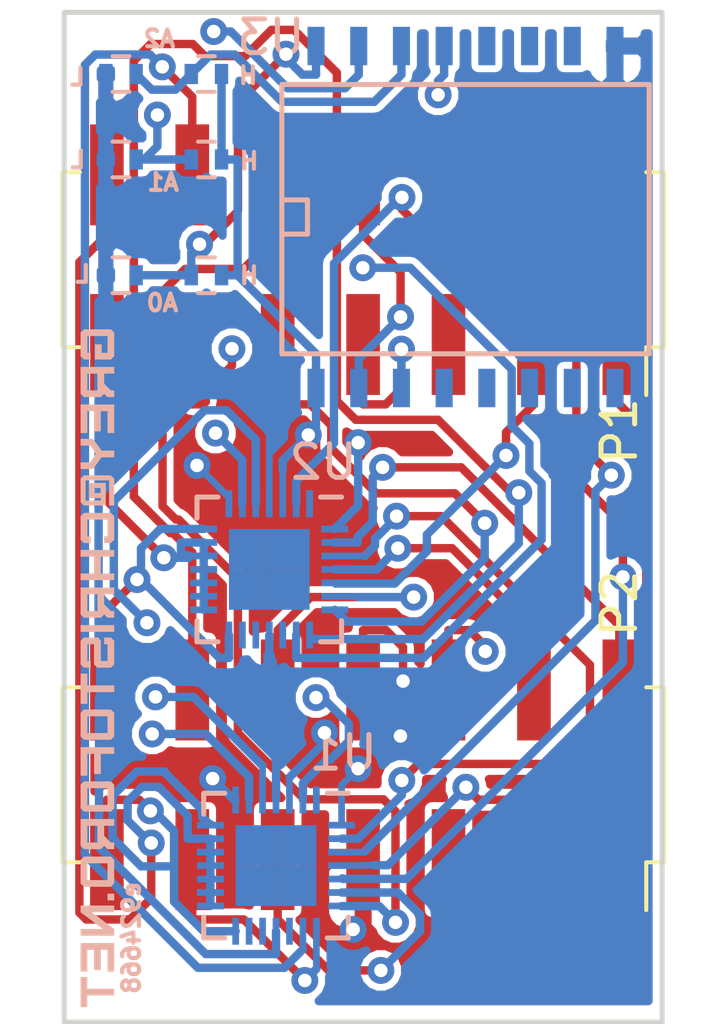
<source format=kicad_pcb>
(kicad_pcb (version 20170123) (host pcbnew "(2017-04-13 revision 801e50450)-master")

  (general
    (links 64)
    (no_connects 0)
    (area -4.30028 -15.384501 18.468001 15.075001)
    (thickness 1.6)
    (drawings 14)
    (tracks 467)
    (zones 0)
    (modules 12)
    (nets 49)
  )

  (page A4)
  (layers
    (0 F.Cu signal)
    (1 In1.Cu signal)
    (2 In2.Cu signal)
    (31 B.Cu signal)
    (32 B.Adhes user)
    (33 F.Adhes user)
    (34 B.Paste user)
    (35 F.Paste user)
    (36 B.SilkS user)
    (37 F.SilkS user)
    (38 B.Mask user)
    (39 F.Mask user)
    (40 Dwgs.User user)
    (41 Cmts.User user)
    (42 Eco1.User user)
    (43 Eco2.User user)
    (44 Edge.Cuts user)
    (45 Margin user)
    (46 B.CrtYd user)
    (47 F.CrtYd user)
    (48 B.Fab user)
    (49 F.Fab user)
  )

  (setup
    (last_trace_width 0.25)
    (user_trace_width 0.2)
    (trace_clearance 0.153)
    (zone_clearance 0.2)
    (zone_45_only no)
    (trace_min 0.18)
    (segment_width 0.2)
    (edge_width 0.15)
    (via_size 0.8)
    (via_drill 0.4)
    (via_min_size 0.4)
    (via_min_drill 0.3)
    (uvia_size 0.3)
    (uvia_drill 0.1)
    (uvias_allowed yes)
    (uvia_min_size 0.2)
    (uvia_min_drill 0.1)
    (pcb_text_width 0.3)
    (pcb_text_size 1.5 1.5)
    (mod_edge_width 0.15)
    (mod_text_size 1 1)
    (mod_text_width 0.15)
    (pad_size 1.524 1.524)
    (pad_drill 0.762)
    (pad_to_mask_clearance 0.2)
    (aux_axis_origin 0 0)
    (visible_elements FFFFFFFF)
    (pcbplotparams
      (layerselection 0x00030_ffffffff)
      (usegerberextensions false)
      (excludeedgelayer true)
      (linewidth 0.150000)
      (plotframeref false)
      (viasonmask false)
      (mode 1)
      (useauxorigin false)
      (hpglpennumber 1)
      (hpglpenspeed 20)
      (hpglpendiameter 15)
      (psnegative false)
      (psa4output false)
      (plotreference true)
      (plotvalue true)
      (plotinvisibletext false)
      (padsonsilk false)
      (subtractmaskfromsilk false)
      (outputformat 3)
      (mirror false)
      (drillshape 0)
      (scaleselection 1)
      (outputdirectory output/))
  )

  (net 0 "")
  (net 1 0_V)
  (net 2 0_I)
  (net 3 2_V)
  (net 4 2_I)
  (net 5 MISO)
  (net 6 MOSI)
  (net 7 SCL)
  (net 8 SDA)
  (net 9 4_V)
  (net 10 4_I)
  (net 11 R_V)
  (net 12 R_I)
  (net 13 V+)
  (net 14 I+)
  (net 15 I-)
  (net 16 V-)
  (net 17 5_I)
  (net 18 5_V)
  (net 19 3_I)
  (net 20 3_V)
  (net 21 +5V)
  (net 22 GND)
  (net 23 CLK)
  (net 24 SCK)
  (net 25 1_I)
  (net 26 1_V)
  (net 27 L_I)
  (net 28 L_V)
  (net 29 A0)
  (net 30 A1)
  (net 31 A2)
  (net 32 "Net-(U1-Pad28)")
  (net 33 SM_CS)
  (net 34 "Net-(U1-Pad13)")
  (net 35 "Net-(U1-Pad12)")
  (net 36 "Net-(U1-Pad10)")
  (net 37 "Net-(U2-Pad10)")
  (net 38 "Net-(U2-Pad12)")
  (net 39 "Net-(U2-Pad13)")
  (net 40 "Net-(U2-Pad28)")
  (net 41 "Net-(U3-Pad13)")
  (net 42 "Net-(U3-Pad12)")
  (net 43 "Net-(U3-Pad11)")
  (net 44 "Net-(U3-Pad10)")
  (net 45 "Net-(U3-Pad9)")
  (net 46 "Net-(U3-Pad7)")
  (net 47 "Net-(U3-Pad6)")
  (net 48 "Net-(U3-Pad5)")

  (net_class Default "This is the default net class."
    (clearance 0.153)
    (trace_width 0.25)
    (via_dia 0.8)
    (via_drill 0.4)
    (uvia_dia 0.3)
    (uvia_drill 0.1)
    (add_net +5V)
    (add_net 0_I)
    (add_net 0_V)
    (add_net 1_I)
    (add_net 1_V)
    (add_net 2_I)
    (add_net 2_V)
    (add_net 3_I)
    (add_net 3_V)
    (add_net 4_I)
    (add_net 4_V)
    (add_net 5_I)
    (add_net 5_V)
    (add_net A0)
    (add_net A1)
    (add_net A2)
    (add_net CLK)
    (add_net GND)
    (add_net I+)
    (add_net I-)
    (add_net L_I)
    (add_net L_V)
    (add_net MISO)
    (add_net MOSI)
    (add_net "Net-(U1-Pad10)")
    (add_net "Net-(U1-Pad12)")
    (add_net "Net-(U1-Pad13)")
    (add_net "Net-(U1-Pad28)")
    (add_net "Net-(U2-Pad10)")
    (add_net "Net-(U2-Pad12)")
    (add_net "Net-(U2-Pad13)")
    (add_net "Net-(U2-Pad28)")
    (add_net "Net-(U3-Pad10)")
    (add_net "Net-(U3-Pad11)")
    (add_net "Net-(U3-Pad12)")
    (add_net "Net-(U3-Pad13)")
    (add_net "Net-(U3-Pad5)")
    (add_net "Net-(U3-Pad6)")
    (add_net "Net-(U3-Pad7)")
    (add_net "Net-(U3-Pad9)")
    (add_net R_I)
    (add_net R_V)
    (add_net SCK)
    (add_net SCL)
    (add_net SDA)
    (add_net SM_CS)
    (add_net V+)
    (add_net V-)
  )

  (module myParts:logo_small (layer B.Cu) (tedit 0) (tstamp 5900585D)
    (at 1 4.5 270)
    (fp_text reference G*** (at 0 4 270) (layer B.SilkS) hide
      (effects (font (thickness 0.2)) (justify mirror))
    )
    (fp_text value value (at 0 -4 270) (layer B.SilkS) hide
      (effects (font (thickness 0.2)) (justify mirror))
    )
    (fp_poly (pts (xy 4.146998 0.511719) (xy 3.44742 0.511719) (xy 3.34889 0.410336) (xy 3.548777 0.311832)
      (xy 4.047055 0.311832) (xy 4.047055 -0.28842) (xy 3.548777 -0.28842) (xy 3.548777 0.311832)
      (xy 3.34889 0.410336) (xy 3.34889 -0.389777) (xy 3.44742 -0.488281) (xy 4.146998 -0.488281)
      (xy 4.245503 -0.389777) (xy 4.245503 0.410336)) (layer B.SilkS) (width 0.001))
    (fp_poly (pts (xy 1.043277 0.511719) (xy 0.146665 0.511719) (xy 0.146665 0.311832) (xy 0.496454 0.311832)
      (xy 0.496454 -0.488281) (xy 0.69634 -0.488281) (xy 0.69634 0.311832) (xy 1.043277 0.311832)) (layer B.SilkS) (width 0.001))
    (fp_poly (pts (xy -3.328331 0.511719) (xy -3.528218 0.511719) (xy -3.528218 -0.488281) (xy -3.328331 -0.488281)
      (xy -3.328331 -0.089484) (xy -2.830052 -0.089484) (xy -2.830052 -0.488281) (xy -2.631605 -0.488281)
      (xy -2.631605 0.511719) (xy -2.830052 0.511719) (xy -2.830052 0.110403) (xy -3.328331 0.110403)) (layer B.SilkS) (width 0.001))
    (fp_poly (pts (xy 1.21398 0.410336) (xy 1.413867 0.311832) (xy 1.912145 0.311832) (xy 1.912145 -0.28842)
      (xy 1.413867 -0.28842) (xy 1.413867 0.311832) (xy 1.21398 0.410336) (xy 1.21398 -0.389777)
      (xy 1.31251 -0.488281) (xy 2.012089 -0.488281) (xy 2.110593 -0.389777) (xy 2.110593 0.410336)
      (xy 2.012089 0.511719) (xy 1.31251 0.511719)) (layer B.SilkS) (width 0.001))
    (fp_poly (pts (xy 6.884123 -0.28842) (xy 6.684236 -0.28842) (xy 6.684236 -0.488281) (xy 6.884123 -0.488281)) (layer B.SilkS) (width 0.001))
    (fp_poly (pts (xy -1.295135 0.511719) (xy -1.295135 -0.488281) (xy -1.095248 -0.488281) (xy -1.095248 0.511719)) (layer B.SilkS) (width 0.001))
    (fp_poly (pts (xy 10.055304 0.511719) (xy 9.158691 0.511719) (xy 9.158691 0.311832) (xy 9.508481 0.311832)
      (xy 9.508481 -0.488281) (xy 9.708368 -0.488281) (xy 9.708368 0.311832) (xy 10.055304 0.311832)) (layer B.SilkS) (width 0.001))
    (fp_poly (pts (xy 7.235788 0.511719) (xy 7.035902 0.511719) (xy 7.035902 -0.488281) (xy 7.235788 -0.488281)
      (xy 7.235788 0.178865) (xy 7.734067 -0.488281) (xy 7.932514 -0.488281) (xy 7.932514 0.511719)
      (xy 7.734067 0.511719) (xy 7.734067 -0.154014)) (layer B.SilkS) (width 0.001))
    (fp_poly (pts (xy 5.68051 -0.488281) (xy 6.380088 -0.488281) (xy 6.280145 -0.28842) (xy 5.781867 -0.28842)
      (xy 5.781867 0.311832) (xy 6.280145 0.311832) (xy 6.280145 -0.28842) (xy 6.380088 -0.488281)
      (xy 6.478593 -0.389777) (xy 6.478593 0.410336) (xy 6.380088 0.511719) (xy 5.68051 0.511719)
      (xy 5.58198 0.410336) (xy 5.58198 -0.389777)) (layer B.SilkS) (width 0.001))
    (fp_poly (pts (xy 4.465435 0.511719) (xy 4.465435 -0.488281) (xy 4.665322 -0.488281) (xy 4.665322 0.311832)
      (xy 5.1636 0.311832) (xy 5.1636 0.010074) (xy 4.665322 0.010074) (xy 4.665322 0.311832)
      (xy 4.665322 -0.488281) (xy 4.665322 -0.189813) (xy 4.963713 -0.189813) (xy 5.063656 -0.288369)
      (xy 5.1636 -0.389751) (xy 5.1636 -0.488281) (xy 5.362048 -0.488281) (xy 5.362048 -0.288369)
      (xy 5.263543 -0.189813) (xy 5.362048 -0.089869) (xy 5.362048 0.410336) (xy 5.263543 0.511719)) (layer B.SilkS) (width 0.001))
    (fp_poly (pts (xy 9.000514 0.511719) (xy 8.152447 0.511719) (xy 8.152447 -0.488281) (xy 9.000514 -0.488281)
      (xy 9.000514 -0.28842) (xy 8.352333 -0.28842) (xy 8.352333 -0.089484) (xy 8.950555 -0.089484)
      (xy 8.950555 0.110403) (xy 8.352333 0.110403) (xy 8.352333 0.311832) (xy 9.000514 0.311832)) (layer B.SilkS) (width 0.001))
    (fp_poly (pts (xy -4.429508 0.311832) (xy -3.931229 0.311832) (xy -3.931229 0.211888) (xy -3.732782 0.211888)
      (xy -3.732782 0.410336) (xy -3.831286 0.511719) (xy -4.530865 0.511719) (xy -4.629395 0.410336)
      (xy -4.629395 -0.389777) (xy -4.530865 -0.488281) (xy -3.831286 -0.488281) (xy -3.732782 -0.389777)
      (xy -3.732782 -0.18989) (xy -3.931229 -0.18989) (xy -3.931229 -0.28842) (xy -4.429508 -0.28842)) (layer B.SilkS) (width 0.001))
    (fp_poly (pts (xy -6.131528 0.223145) (xy -6.382813 0.054559) (xy -6.629806 0.223145) (xy -6.629806 0.511719)
      (xy -6.829693 0.511719) (xy -6.829693 0.138852) (xy -6.479903 -0.111148) (xy -6.479903 -0.488281)
      (xy -6.28143 -0.488281) (xy -6.28143 -0.111148) (xy -5.93308 0.138852) (xy -5.93308 0.511719)
      (xy -6.131528 0.511719)) (layer B.SilkS) (width 0.001))
    (fp_poly (pts (xy 2.33052 0.511719) (xy 2.33052 -0.488281) (xy 2.530407 -0.488281) (xy 2.530407 -0.089484)
      (xy 3.128624 -0.089484) (xy 3.128624 0.110403) (xy 2.530407 0.110403) (xy 2.530407 0.311832)
      (xy 3.178582 0.311832) (xy 3.178582 0.511719)) (layer B.SilkS) (width 0.001))
    (fp_poly (pts (xy -5.64741 -0.488281) (xy -4.849327 -0.488281) (xy -4.849327 -0.336965) (xy -5.594598 -0.336965)
      (xy -5.594598 0.36323) (xy -4.996376 0.36323) (xy -4.996376 -0.089587) (xy -5.072034 -0.089587)
      (xy -5.21911 -0.083881) (xy -5.371865 -0.083881) (xy -5.371865 0.113666) (xy -5.21911 0.113666)
      (xy -5.21911 -0.083881) (xy -5.072034 -0.089587) (xy -5.072034 0.265008) (xy -5.518914 0.265008)
      (xy -5.518914 -0.236636) (xy -4.849327 -0.236636) (xy -4.849327 0.410336) (xy -4.947831 0.511719)
      (xy -5.64741 0.511719) (xy -5.74594 0.410336) (xy -5.74594 -0.389777)) (layer B.SilkS) (width 0.001))
    (fp_poly (pts (xy -2.211788 -0.189813) (xy -2.211788 0.311832) (xy -1.71351 0.311832) (xy -1.71351 0.010074)
      (xy -2.211788 0.010074) (xy -2.211788 0.311832) (xy -2.211788 -0.189813) (xy -1.913397 -0.189813)
      (xy -1.813453 -0.288369) (xy -1.71351 -0.389751) (xy -1.71351 -0.488281) (xy -1.515062 -0.488281)
      (xy -1.515062 -0.288369) (xy -1.613567 -0.189813) (xy -1.515062 -0.089869) (xy -1.515062 0.410336)
      (xy -1.613567 0.511719) (xy -2.411675 0.511719) (xy -2.411675 -0.488281) (xy -2.211788 -0.488281)) (layer B.SilkS) (width 0.001))
    (fp_poly (pts (xy -10.083265 -0.389777) (xy -9.984735 -0.488281) (xy -9.285156 -0.488281) (xy -9.186652 -0.389777)
      (xy -9.186652 0.084935) (xy -9.636385 0.084935) (xy -9.636385 -0.114925) (xy -9.3851 -0.114925)
      (xy -9.3851 -0.28842) (xy -9.883378 -0.28842) (xy -9.883378 0.311832) (xy -9.3851 0.311832)
      (xy -9.3851 0.211888) (xy -9.186652 0.211888) (xy -9.186652 0.410336) (xy -9.285156 0.511719)
      (xy -9.984735 0.511719) (xy -10.083265 0.410336)) (layer B.SilkS) (width 0.001))
    (fp_poly (pts (xy -8.766833 -0.488281) (xy -8.766833 0.010074) (xy -8.766833 0.311832) (xy -8.268555 0.311832)
      (xy -8.268555 0.010074) (xy -8.766833 0.010074) (xy -8.766833 -0.488281) (xy -8.766833 -0.189813)
      (xy -8.468442 -0.189813) (xy -8.368498 -0.288369) (xy -8.268555 -0.389751) (xy -8.268555 -0.488281)
      (xy -8.070107 -0.488281) (xy -8.070107 -0.288369) (xy -8.168611 -0.189813) (xy -8.070107 -0.089869)
      (xy -8.070107 0.410336) (xy -8.168611 0.511719) (xy -8.96672 0.511719) (xy -8.96672 -0.488281)) (layer B.SilkS) (width 0.001))
    (fp_poly (pts (xy -7.650288 -0.089484) (xy -7.052066 -0.089484) (xy -7.052066 0.110403) (xy -7.650288 0.110403)
      (xy -7.650288 0.311832) (xy -7.002107 0.311832) (xy -7.002107 0.511719) (xy -7.850175 0.511719)
      (xy -7.850175 -0.488281) (xy -7.002107 -0.488281) (xy -7.002107 -0.28842) (xy -7.650288 -0.28842)) (layer B.SilkS) (width 0.001))
    (fp_poly (pts (xy -0.030446 0.410336) (xy -0.128951 0.511719) (xy -0.828528 0.511719) (xy -0.927058 0.410336)
      (xy -0.927058 -0.017886) (xy -0.828528 -0.089278) (xy -0.228894 -0.089278) (xy -0.228894 -0.28842)
      (xy -0.727172 -0.28842) (xy -0.727172 -0.189556) (xy -0.927058 -0.189556) (xy -0.927058 -0.389777)
      (xy -0.828528 -0.488281) (xy -0.128951 -0.488281) (xy -0.030446 -0.389777) (xy -0.030446 0.012104)
      (xy -0.128951 0.112047) (xy -0.727172 0.112047) (xy -0.727172 0.311832) (xy -0.228894 0.311832)
      (xy -0.228894 0.211888) (xy -0.030446 0.211888)) (layer B.SilkS) (width 0.001))
  )

  (module myParts:SSM-107-L-DV (layer F.Cu) (tedit 58FFAD22) (tstamp 5900706E)
    (at 8.89 -7.652 270)
    (descr "surface-mounted straight socket strip, 2x07, 2.54mm pitch, double rows")
    (tags "Surface mounted socket strip SMD 2x07 2.54mm double row")
    (path /58FF86CF)
    (attr smd)
    (fp_text reference P1 (at 5.092 -7.62 270) (layer F.SilkS)
      (effects (font (size 1 1) (thickness 0.15)))
    )
    (fp_text value CONN_02X07 (at 0 9.95 270) (layer F.Fab)
      (effects (font (size 1 1) (thickness 0.15)))
    )
    (fp_line (start -2.54 -8.89) (end -2.54 8.89) (layer F.Fab) (width 0.1))
    (fp_line (start -2.54 8.89) (end 2.54 8.89) (layer F.Fab) (width 0.1))
    (fp_line (start 2.54 8.89) (end 2.54 -8.89) (layer F.Fab) (width 0.1))
    (fp_line (start 2.54 -8.89) (end -2.54 -8.89) (layer F.Fab) (width 0.1))
    (fp_line (start -2.54 -7.94) (end -2.54 -7.3) (layer F.Fab) (width 0.1))
    (fp_line (start -2.54 -7.3) (end -3.92 -7.3) (layer F.Fab) (width 0.1))
    (fp_line (start -3.92 -7.3) (end -3.92 -7.94) (layer F.Fab) (width 0.1))
    (fp_line (start -3.92 -7.94) (end -2.54 -7.94) (layer F.Fab) (width 0.1))
    (fp_line (start 2.54 -7.94) (end 2.54 -7.3) (layer F.Fab) (width 0.1))
    (fp_line (start 2.54 -7.3) (end 3.92 -7.3) (layer F.Fab) (width 0.1))
    (fp_line (start 3.92 -7.3) (end 3.92 -7.94) (layer F.Fab) (width 0.1))
    (fp_line (start 3.92 -7.94) (end 2.54 -7.94) (layer F.Fab) (width 0.1))
    (fp_line (start -2.54 -5.4) (end -2.54 -4.76) (layer F.Fab) (width 0.1))
    (fp_line (start -2.54 -4.76) (end -3.92 -4.76) (layer F.Fab) (width 0.1))
    (fp_line (start -3.92 -4.76) (end -3.92 -5.4) (layer F.Fab) (width 0.1))
    (fp_line (start -3.92 -5.4) (end -2.54 -5.4) (layer F.Fab) (width 0.1))
    (fp_line (start 2.54 -5.4) (end 2.54 -4.76) (layer F.Fab) (width 0.1))
    (fp_line (start 2.54 -4.76) (end 3.92 -4.76) (layer F.Fab) (width 0.1))
    (fp_line (start 3.92 -4.76) (end 3.92 -5.4) (layer F.Fab) (width 0.1))
    (fp_line (start 3.92 -5.4) (end 2.54 -5.4) (layer F.Fab) (width 0.1))
    (fp_line (start -2.54 -2.86) (end -2.54 -2.22) (layer F.Fab) (width 0.1))
    (fp_line (start -2.54 -2.22) (end -3.92 -2.22) (layer F.Fab) (width 0.1))
    (fp_line (start -3.92 -2.22) (end -3.92 -2.86) (layer F.Fab) (width 0.1))
    (fp_line (start -3.92 -2.86) (end -2.54 -2.86) (layer F.Fab) (width 0.1))
    (fp_line (start 2.54 -2.86) (end 2.54 -2.22) (layer F.Fab) (width 0.1))
    (fp_line (start 2.54 -2.22) (end 3.92 -2.22) (layer F.Fab) (width 0.1))
    (fp_line (start 3.92 -2.22) (end 3.92 -2.86) (layer F.Fab) (width 0.1))
    (fp_line (start 3.92 -2.86) (end 2.54 -2.86) (layer F.Fab) (width 0.1))
    (fp_line (start -2.54 -0.32) (end -2.54 0.32) (layer F.Fab) (width 0.1))
    (fp_line (start -2.54 0.32) (end -3.92 0.32) (layer F.Fab) (width 0.1))
    (fp_line (start -3.92 0.32) (end -3.92 -0.32) (layer F.Fab) (width 0.1))
    (fp_line (start -3.92 -0.32) (end -2.54 -0.32) (layer F.Fab) (width 0.1))
    (fp_line (start 2.54 -0.32) (end 2.54 0.32) (layer F.Fab) (width 0.1))
    (fp_line (start 2.54 0.32) (end 3.92 0.32) (layer F.Fab) (width 0.1))
    (fp_line (start 3.92 0.32) (end 3.92 -0.32) (layer F.Fab) (width 0.1))
    (fp_line (start 3.92 -0.32) (end 2.54 -0.32) (layer F.Fab) (width 0.1))
    (fp_line (start -2.54 2.22) (end -2.54 2.86) (layer F.Fab) (width 0.1))
    (fp_line (start -2.54 2.86) (end -3.92 2.86) (layer F.Fab) (width 0.1))
    (fp_line (start -3.92 2.86) (end -3.92 2.22) (layer F.Fab) (width 0.1))
    (fp_line (start -3.92 2.22) (end -2.54 2.22) (layer F.Fab) (width 0.1))
    (fp_line (start 2.54 2.22) (end 2.54 2.86) (layer F.Fab) (width 0.1))
    (fp_line (start 2.54 2.86) (end 3.92 2.86) (layer F.Fab) (width 0.1))
    (fp_line (start 3.92 2.86) (end 3.92 2.22) (layer F.Fab) (width 0.1))
    (fp_line (start 3.92 2.22) (end 2.54 2.22) (layer F.Fab) (width 0.1))
    (fp_line (start -2.54 4.76) (end -2.54 5.4) (layer F.Fab) (width 0.1))
    (fp_line (start -2.54 5.4) (end -3.92 5.4) (layer F.Fab) (width 0.1))
    (fp_line (start -3.92 5.4) (end -3.92 4.76) (layer F.Fab) (width 0.1))
    (fp_line (start -3.92 4.76) (end -2.54 4.76) (layer F.Fab) (width 0.1))
    (fp_line (start 2.54 4.76) (end 2.54 5.4) (layer F.Fab) (width 0.1))
    (fp_line (start 2.54 5.4) (end 3.92 5.4) (layer F.Fab) (width 0.1))
    (fp_line (start 3.92 5.4) (end 3.92 4.76) (layer F.Fab) (width 0.1))
    (fp_line (start 3.92 4.76) (end 2.54 4.76) (layer F.Fab) (width 0.1))
    (fp_line (start -2.54 7.3) (end -2.54 7.94) (layer F.Fab) (width 0.1))
    (fp_line (start -2.54 7.94) (end -3.92 7.94) (layer F.Fab) (width 0.1))
    (fp_line (start -3.92 7.94) (end -3.92 7.3) (layer F.Fab) (width 0.1))
    (fp_line (start -3.92 7.3) (end -2.54 7.3) (layer F.Fab) (width 0.1))
    (fp_line (start 2.54 7.3) (end 2.54 7.94) (layer F.Fab) (width 0.1))
    (fp_line (start 2.54 7.94) (end 3.92 7.94) (layer F.Fab) (width 0.1))
    (fp_line (start 3.92 7.94) (end 3.92 7.3) (layer F.Fab) (width 0.1))
    (fp_line (start 3.92 7.3) (end 2.54 7.3) (layer F.Fab) (width 0.1))
    (fp_line (start -2.6 -8.42) (end -2.6 -8.95) (layer F.SilkS) (width 0.12))
    (fp_line (start -2.6 -8.95) (end 2.6 -8.95) (layer F.SilkS) (width 0.12))
    (fp_line (start 2.6 -8.95) (end 2.6 -8.42) (layer F.SilkS) (width 0.12))
    (fp_line (start -2.6 8.42) (end -2.6 8.95) (layer F.SilkS) (width 0.12))
    (fp_line (start -2.6 8.95) (end 2.6 8.95) (layer F.SilkS) (width 0.12))
    (fp_line (start 2.6 8.95) (end 2.6 8.42) (layer F.SilkS) (width 0.12))
    (fp_line (start 4.02 -8.42) (end 2.6 -8.42) (layer F.SilkS) (width 0.12))
    (fp_line (start -4.55 -9.4) (end -4.55 9.4) (layer F.CrtYd) (width 0.05))
    (fp_line (start -4.55 9.4) (end 4.55 9.4) (layer F.CrtYd) (width 0.05))
    (fp_line (start 4.55 9.4) (end 4.55 -9.4) (layer F.CrtYd) (width 0.05))
    (fp_line (start 4.55 -9.4) (end -4.55 -9.4) (layer F.CrtYd) (width 0.05))
    (fp_text user %R (at 0 -9.95 270) (layer F.Fab)
      (effects (font (size 1 1) (thickness 0.15)))
    )
    (pad 1 smd rect (at 2.52 -7.62 270) (size 3 1) (layers F.Cu F.Paste F.Mask)
      (net 1 0_V))
    (pad 2 smd rect (at -2.52 -7.62 270) (size 3 1) (layers F.Cu F.Paste F.Mask)
      (net 2 0_I))
    (pad 3 smd rect (at 2.52 -5.08 270) (size 3 1) (layers F.Cu F.Paste F.Mask)
      (net 3 2_V))
    (pad 4 smd rect (at -2.52 -5.08 270) (size 3 1) (layers F.Cu F.Paste F.Mask)
      (net 4 2_I))
    (pad 5 smd rect (at 2.52 -2.54 270) (size 3 1) (layers F.Cu F.Paste F.Mask)
      (net 5 MISO))
    (pad 6 smd rect (at -2.52 -2.54 270) (size 3 1) (layers F.Cu F.Paste F.Mask)
      (net 6 MOSI))
    (pad 7 smd rect (at 2.52 0 270) (size 3 1) (layers F.Cu F.Paste F.Mask)
      (net 7 SCL))
    (pad 8 smd rect (at -2.52 0 270) (size 3 1) (layers F.Cu F.Paste F.Mask)
      (net 8 SDA))
    (pad 9 smd rect (at 2.52 2.54 270) (size 3 1) (layers F.Cu F.Paste F.Mask)
      (net 9 4_V))
    (pad 10 smd rect (at -2.52 2.54 270) (size 3 1) (layers F.Cu F.Paste F.Mask)
      (net 10 4_I))
    (pad 11 smd rect (at 2.52 5.08 270) (size 3 1) (layers F.Cu F.Paste F.Mask)
      (net 11 R_V))
    (pad 12 smd rect (at -2.52 5.08 270) (size 3 1) (layers F.Cu F.Paste F.Mask)
      (net 12 R_I))
    (pad 13 smd rect (at 2.52 7.62 270) (size 3 1) (layers F.Cu F.Paste F.Mask)
      (net 13 V+))
    (pad 14 smd rect (at -2.52 7.62 270) (size 3 1) (layers F.Cu F.Paste F.Mask)
      (net 14 I+))
    (model ${KIPRJMOD}/sharedLibs/myparts.3dshapes/SSM-107-L-DV.wrl
      (at (xyz 0 0 0))
      (scale (xyz 0.01 0.01 0.01))
      (rotate (xyz 0 0 90))
    )
  )

  (module Resistors_SMD:R_0402 (layer B.Cu) (tedit 5900576F) (tstamp 58FFC343)
    (at 4.2297 -7.1896 180)
    (descr "Resistor SMD 0402, reflow soldering, Vishay (see dcrcw.pdf)")
    (tags "resistor 0402")
    (path /58FF957F)
    (attr smd)
    (fp_text reference R1 (at -2.854368 0 180) (layer B.SilkS) hide
      (effects (font (size 1 1) (thickness 0.15)) (justify mirror))
    )
    (fp_text value R (at 0 -1.45 180) (layer B.Fab)
      (effects (font (size 1 1) (thickness 0.15)) (justify mirror))
    )
    (fp_line (start 0.8 -0.45) (end -0.8 -0.45) (layer B.CrtYd) (width 0.05))
    (fp_line (start 0.8 -0.45) (end 0.8 0.45) (layer B.CrtYd) (width 0.05))
    (fp_line (start -0.8 0.45) (end -0.8 -0.45) (layer B.CrtYd) (width 0.05))
    (fp_line (start -0.8 0.45) (end 0.8 0.45) (layer B.CrtYd) (width 0.05))
    (fp_line (start -0.25 -0.53) (end 0.25 -0.53) (layer B.SilkS) (width 0.12))
    (fp_line (start 0.25 0.53) (end -0.25 0.53) (layer B.SilkS) (width 0.12))
    (fp_line (start -0.5 0.25) (end 0.5 0.25) (layer B.Fab) (width 0.1))
    (fp_line (start 0.5 0.25) (end 0.5 -0.25) (layer B.Fab) (width 0.1))
    (fp_line (start 0.5 -0.25) (end -0.5 -0.25) (layer B.Fab) (width 0.1))
    (fp_line (start -0.5 -0.25) (end -0.5 0.25) (layer B.Fab) (width 0.1))
    (fp_text user %R (at 0 1.35 180) (layer B.Fab)
      (effects (font (size 1 1) (thickness 0.15)) (justify mirror))
    )
    (pad 2 smd rect (at 0.45 0 180) (size 0.4 0.6) (layers B.Cu B.Paste B.Mask)
      (net 29 A0))
    (pad 1 smd rect (at -0.45 0 180) (size 0.4 0.6) (layers B.Cu B.Paste B.Mask)
      (net 21 +5V))
    (model ${KISYS3DMOD}/Resistors_SMD.3dshapes/R_0402.wrl
      (at (xyz 0 0 0))
      (scale (xyz 1 1 1))
      (rotate (xyz 0 0 0))
    )
  )

  (module Resistors_SMD:R_0402 (layer B.Cu) (tedit 59005751) (tstamp 58FFC354)
    (at 1.6897 -7.1896 180)
    (descr "Resistor SMD 0402, reflow soldering, Vishay (see dcrcw.pdf)")
    (tags "resistor 0402")
    (path /58FF9586)
    (attr smd)
    (fp_text reference R2 (at 3.495632 0 180) (layer B.SilkS) hide
      (effects (font (size 1 1) (thickness 0.15)) (justify mirror))
    )
    (fp_text value R (at 0 -1.45 180) (layer B.Fab)
      (effects (font (size 1 1) (thickness 0.15)) (justify mirror))
    )
    (fp_text user %R (at 0 1.35 180) (layer B.Fab)
      (effects (font (size 1 1) (thickness 0.15)) (justify mirror))
    )
    (fp_line (start -0.5 -0.25) (end -0.5 0.25) (layer B.Fab) (width 0.1))
    (fp_line (start 0.5 -0.25) (end -0.5 -0.25) (layer B.Fab) (width 0.1))
    (fp_line (start 0.5 0.25) (end 0.5 -0.25) (layer B.Fab) (width 0.1))
    (fp_line (start -0.5 0.25) (end 0.5 0.25) (layer B.Fab) (width 0.1))
    (fp_line (start 0.25 0.53) (end -0.25 0.53) (layer B.SilkS) (width 0.12))
    (fp_line (start -0.25 -0.53) (end 0.25 -0.53) (layer B.SilkS) (width 0.12))
    (fp_line (start -0.8 0.45) (end 0.8 0.45) (layer B.CrtYd) (width 0.05))
    (fp_line (start -0.8 0.45) (end -0.8 -0.45) (layer B.CrtYd) (width 0.05))
    (fp_line (start 0.8 -0.45) (end 0.8 0.45) (layer B.CrtYd) (width 0.05))
    (fp_line (start 0.8 -0.45) (end -0.8 -0.45) (layer B.CrtYd) (width 0.05))
    (pad 1 smd rect (at -0.45 0 180) (size 0.4 0.6) (layers B.Cu B.Paste B.Mask)
      (net 29 A0))
    (pad 2 smd rect (at 0.45 0 180) (size 0.4 0.6) (layers B.Cu B.Paste B.Mask)
      (net 22 GND))
    (model ${KISYS3DMOD}/Resistors_SMD.3dshapes/R_0402.wrl
      (at (xyz 0 0 0))
      (scale (xyz 1 1 1))
      (rotate (xyz 0 0 0))
    )
  )

  (module Resistors_SMD:R_0402 (layer B.Cu) (tedit 5900576C) (tstamp 58FFC365)
    (at 4.2297 -10.6296 180)
    (descr "Resistor SMD 0402, reflow soldering, Vishay (see dcrcw.pdf)")
    (tags "resistor 0402")
    (path /58FF95A0)
    (attr smd)
    (fp_text reference R3 (at -2.854368 0 180) (layer B.SilkS) hide
      (effects (font (size 1 1) (thickness 0.15)) (justify mirror))
    )
    (fp_text value R (at 0 -1.45 180) (layer B.Fab)
      (effects (font (size 1 1) (thickness 0.15)) (justify mirror))
    )
    (fp_line (start 0.8 -0.45) (end -0.8 -0.45) (layer B.CrtYd) (width 0.05))
    (fp_line (start 0.8 -0.45) (end 0.8 0.45) (layer B.CrtYd) (width 0.05))
    (fp_line (start -0.8 0.45) (end -0.8 -0.45) (layer B.CrtYd) (width 0.05))
    (fp_line (start -0.8 0.45) (end 0.8 0.45) (layer B.CrtYd) (width 0.05))
    (fp_line (start -0.25 -0.53) (end 0.25 -0.53) (layer B.SilkS) (width 0.12))
    (fp_line (start 0.25 0.53) (end -0.25 0.53) (layer B.SilkS) (width 0.12))
    (fp_line (start -0.5 0.25) (end 0.5 0.25) (layer B.Fab) (width 0.1))
    (fp_line (start 0.5 0.25) (end 0.5 -0.25) (layer B.Fab) (width 0.1))
    (fp_line (start 0.5 -0.25) (end -0.5 -0.25) (layer B.Fab) (width 0.1))
    (fp_line (start -0.5 -0.25) (end -0.5 0.25) (layer B.Fab) (width 0.1))
    (fp_text user %R (at 0 1.35 180) (layer B.Fab)
      (effects (font (size 1 1) (thickness 0.15)) (justify mirror))
    )
    (pad 2 smd rect (at 0.45 0 180) (size 0.4 0.6) (layers B.Cu B.Paste B.Mask)
      (net 30 A1))
    (pad 1 smd rect (at -0.45 0 180) (size 0.4 0.6) (layers B.Cu B.Paste B.Mask)
      (net 21 +5V))
    (model ${KISYS3DMOD}/Resistors_SMD.3dshapes/R_0402.wrl
      (at (xyz 0 0 0))
      (scale (xyz 1 1 1))
      (rotate (xyz 0 0 0))
    )
  )

  (module Resistors_SMD:R_0402 (layer B.Cu) (tedit 59005754) (tstamp 58FFC376)
    (at 1.6897 -10.6296 180)
    (descr "Resistor SMD 0402, reflow soldering, Vishay (see dcrcw.pdf)")
    (tags "resistor 0402")
    (path /58FF95A7)
    (attr smd)
    (fp_text reference R4 (at 3.495632 0 180) (layer B.SilkS) hide
      (effects (font (size 1 1) (thickness 0.15)) (justify mirror))
    )
    (fp_text value R (at 0 -1.45 180) (layer B.Fab)
      (effects (font (size 1 1) (thickness 0.15)) (justify mirror))
    )
    (fp_text user %R (at 0 1.35 180) (layer B.Fab)
      (effects (font (size 1 1) (thickness 0.15)) (justify mirror))
    )
    (fp_line (start -0.5 -0.25) (end -0.5 0.25) (layer B.Fab) (width 0.1))
    (fp_line (start 0.5 -0.25) (end -0.5 -0.25) (layer B.Fab) (width 0.1))
    (fp_line (start 0.5 0.25) (end 0.5 -0.25) (layer B.Fab) (width 0.1))
    (fp_line (start -0.5 0.25) (end 0.5 0.25) (layer B.Fab) (width 0.1))
    (fp_line (start 0.25 0.53) (end -0.25 0.53) (layer B.SilkS) (width 0.12))
    (fp_line (start -0.25 -0.53) (end 0.25 -0.53) (layer B.SilkS) (width 0.12))
    (fp_line (start -0.8 0.45) (end 0.8 0.45) (layer B.CrtYd) (width 0.05))
    (fp_line (start -0.8 0.45) (end -0.8 -0.45) (layer B.CrtYd) (width 0.05))
    (fp_line (start 0.8 -0.45) (end 0.8 0.45) (layer B.CrtYd) (width 0.05))
    (fp_line (start 0.8 -0.45) (end -0.8 -0.45) (layer B.CrtYd) (width 0.05))
    (pad 1 smd rect (at -0.45 0 180) (size 0.4 0.6) (layers B.Cu B.Paste B.Mask)
      (net 30 A1))
    (pad 2 smd rect (at 0.45 0 180) (size 0.4 0.6) (layers B.Cu B.Paste B.Mask)
      (net 22 GND))
    (model ${KISYS3DMOD}/Resistors_SMD.3dshapes/R_0402.wrl
      (at (xyz 0 0 0))
      (scale (xyz 1 1 1))
      (rotate (xyz 0 0 0))
    )
  )

  (module Resistors_SMD:R_0402 (layer B.Cu) (tedit 59005773) (tstamp 58FFC387)
    (at 4.2297 -13.1696 180)
    (descr "Resistor SMD 0402, reflow soldering, Vishay (see dcrcw.pdf)")
    (tags "resistor 0402")
    (path /58FF95BE)
    (attr smd)
    (fp_text reference R5 (at -2.854368 0 180) (layer B.SilkS) hide
      (effects (font (size 1 1) (thickness 0.15)) (justify mirror))
    )
    (fp_text value R (at 0 -1.45 180) (layer B.Fab)
      (effects (font (size 1 1) (thickness 0.15)) (justify mirror))
    )
    (fp_line (start 0.8 -0.45) (end -0.8 -0.45) (layer B.CrtYd) (width 0.05))
    (fp_line (start 0.8 -0.45) (end 0.8 0.45) (layer B.CrtYd) (width 0.05))
    (fp_line (start -0.8 0.45) (end -0.8 -0.45) (layer B.CrtYd) (width 0.05))
    (fp_line (start -0.8 0.45) (end 0.8 0.45) (layer B.CrtYd) (width 0.05))
    (fp_line (start -0.25 -0.53) (end 0.25 -0.53) (layer B.SilkS) (width 0.12))
    (fp_line (start 0.25 0.53) (end -0.25 0.53) (layer B.SilkS) (width 0.12))
    (fp_line (start -0.5 0.25) (end 0.5 0.25) (layer B.Fab) (width 0.1))
    (fp_line (start 0.5 0.25) (end 0.5 -0.25) (layer B.Fab) (width 0.1))
    (fp_line (start 0.5 -0.25) (end -0.5 -0.25) (layer B.Fab) (width 0.1))
    (fp_line (start -0.5 -0.25) (end -0.5 0.25) (layer B.Fab) (width 0.1))
    (fp_text user %R (at 0 1.35 180) (layer B.Fab)
      (effects (font (size 1 1) (thickness 0.15)) (justify mirror))
    )
    (pad 2 smd rect (at 0.45 0 180) (size 0.4 0.6) (layers B.Cu B.Paste B.Mask)
      (net 31 A2))
    (pad 1 smd rect (at -0.45 0 180) (size 0.4 0.6) (layers B.Cu B.Paste B.Mask)
      (net 21 +5V))
    (model ${KISYS3DMOD}/Resistors_SMD.3dshapes/R_0402.wrl
      (at (xyz 0 0 0))
      (scale (xyz 1 1 1))
      (rotate (xyz 0 0 0))
    )
  )

  (module Resistors_SMD:R_0402 (layer B.Cu) (tedit 59005758) (tstamp 58FFC398)
    (at 1.6897 -13.1696 180)
    (descr "Resistor SMD 0402, reflow soldering, Vishay (see dcrcw.pdf)")
    (tags "resistor 0402")
    (path /58FF95C5)
    (attr smd)
    (fp_text reference R6 (at 3.495632 0 180) (layer B.SilkS) hide
      (effects (font (size 1 1) (thickness 0.15)) (justify mirror))
    )
    (fp_text value R (at 0 -1.45 180) (layer B.Fab)
      (effects (font (size 1 1) (thickness 0.15)) (justify mirror))
    )
    (fp_text user %R (at 0 1.35 180) (layer B.Fab)
      (effects (font (size 1 1) (thickness 0.15)) (justify mirror))
    )
    (fp_line (start -0.5 -0.25) (end -0.5 0.25) (layer B.Fab) (width 0.1))
    (fp_line (start 0.5 -0.25) (end -0.5 -0.25) (layer B.Fab) (width 0.1))
    (fp_line (start 0.5 0.25) (end 0.5 -0.25) (layer B.Fab) (width 0.1))
    (fp_line (start -0.5 0.25) (end 0.5 0.25) (layer B.Fab) (width 0.1))
    (fp_line (start 0.25 0.53) (end -0.25 0.53) (layer B.SilkS) (width 0.12))
    (fp_line (start -0.25 -0.53) (end 0.25 -0.53) (layer B.SilkS) (width 0.12))
    (fp_line (start -0.8 0.45) (end 0.8 0.45) (layer B.CrtYd) (width 0.05))
    (fp_line (start -0.8 0.45) (end -0.8 -0.45) (layer B.CrtYd) (width 0.05))
    (fp_line (start 0.8 -0.45) (end 0.8 0.45) (layer B.CrtYd) (width 0.05))
    (fp_line (start 0.8 -0.45) (end -0.8 -0.45) (layer B.CrtYd) (width 0.05))
    (pad 1 smd rect (at -0.45 0 180) (size 0.4 0.6) (layers B.Cu B.Paste B.Mask)
      (net 31 A2))
    (pad 2 smd rect (at 0.45 0 180) (size 0.4 0.6) (layers B.Cu B.Paste B.Mask)
      (net 22 GND))
    (model ${KISYS3DMOD}/Resistors_SMD.3dshapes/R_0402.wrl
      (at (xyz 0 0 0))
      (scale (xyz 1 1 1))
      (rotate (xyz 0 0 0))
    )
  )

  (module Housings_DFN_QFN:QFN-28-1EP_4x4mm_Pitch0.4mm (layer B.Cu) (tedit 54130A77) (tstamp 58FFC3CC)
    (at 6.3 10.35 180)
    (descr "28-Lead Plastic Quad Flat, No Lead Package (MK) - 4x4x0.9 mm Body [QFN]; (see Microchip Packaging Specification 00000049BS.pdf)")
    (tags "QFN 0.4")
    (path /58FF9537)
    (attr smd)
    (fp_text reference U1 (at -2 3.35 180) (layer B.SilkS)
      (effects (font (size 1 1) (thickness 0.15)) (justify mirror))
    )
    (fp_text value MAX14662 (at 0 -3.35 180) (layer B.Fab)
      (effects (font (size 1 1) (thickness 0.15)) (justify mirror))
    )
    (fp_line (start 2.15 2.15) (end 1.525 2.15) (layer B.SilkS) (width 0.15))
    (fp_line (start 2.15 -2.15) (end 1.525 -2.15) (layer B.SilkS) (width 0.15))
    (fp_line (start -2.15 -2.15) (end -1.525 -2.15) (layer B.SilkS) (width 0.15))
    (fp_line (start -2.15 2.15) (end -1.525 2.15) (layer B.SilkS) (width 0.15))
    (fp_line (start 2.15 -2.15) (end 2.15 -1.525) (layer B.SilkS) (width 0.15))
    (fp_line (start -2.15 -2.15) (end -2.15 -1.525) (layer B.SilkS) (width 0.15))
    (fp_line (start 2.15 2.15) (end 2.15 1.525) (layer B.SilkS) (width 0.15))
    (fp_line (start -2.6 -2.6) (end 2.6 -2.6) (layer B.CrtYd) (width 0.05))
    (fp_line (start -2.6 2.6) (end 2.6 2.6) (layer B.CrtYd) (width 0.05))
    (fp_line (start 2.6 2.6) (end 2.6 -2.6) (layer B.CrtYd) (width 0.05))
    (fp_line (start -2.6 2.6) (end -2.6 -2.6) (layer B.CrtYd) (width 0.05))
    (fp_line (start -2 1) (end -1 2) (layer B.Fab) (width 0.15))
    (fp_line (start -2 -2) (end -2 1) (layer B.Fab) (width 0.15))
    (fp_line (start 2 -2) (end -2 -2) (layer B.Fab) (width 0.15))
    (fp_line (start 2 2) (end 2 -2) (layer B.Fab) (width 0.15))
    (fp_line (start -1 2) (end 2 2) (layer B.Fab) (width 0.15))
    (pad 29 smd rect (at -0.6 0.6 180) (size 1.2 1.2) (layers B.Cu B.Paste B.Mask)
      (solder_paste_margin_ratio -0.2))
    (pad 29 smd rect (at -0.6 -0.6 180) (size 1.2 1.2) (layers B.Cu B.Paste B.Mask)
      (solder_paste_margin_ratio -0.2))
    (pad 29 smd rect (at 0.6 0.6 180) (size 1.2 1.2) (layers B.Cu B.Paste B.Mask)
      (solder_paste_margin_ratio -0.2))
    (pad 29 smd rect (at 0.6 -0.6 180) (size 1.2 1.2) (layers B.Cu B.Paste B.Mask)
      (solder_paste_margin_ratio -0.2))
    (pad 28 smd rect (at -1.2 1.95 90) (size 0.8 0.2) (layers B.Cu B.Paste B.Mask)
      (net 32 "Net-(U1-Pad28)"))
    (pad 27 smd rect (at -0.8 1.95 90) (size 0.8 0.2) (layers B.Cu B.Paste B.Mask)
      (net 6 MOSI))
    (pad 26 smd rect (at -0.4 1.95 90) (size 0.8 0.2) (layers B.Cu B.Paste B.Mask)
      (net 21 +5V))
    (pad 25 smd rect (at 0 1.95 90) (size 0.8 0.2) (layers B.Cu B.Paste B.Mask)
      (net 22 GND))
    (pad 24 smd rect (at 0.4 1.95 90) (size 0.8 0.2) (layers B.Cu B.Paste B.Mask)
      (net 24 SCK))
    (pad 23 smd rect (at 0.8 1.95 90) (size 0.8 0.2) (layers B.Cu B.Paste B.Mask)
      (net 33 SM_CS))
    (pad 22 smd rect (at 1.2 1.95 90) (size 0.8 0.2) (layers B.Cu B.Paste B.Mask)
      (net 21 +5V))
    (pad 21 smd rect (at 1.95 1.2 180) (size 0.8 0.2) (layers B.Cu B.Paste B.Mask)
      (net 15 I-))
    (pad 20 smd rect (at 1.95 0.8 180) (size 0.8 0.2) (layers B.Cu B.Paste B.Mask)
      (net 14 I+))
    (pad 19 smd rect (at 1.95 0.4 180) (size 0.8 0.2) (layers B.Cu B.Paste B.Mask)
      (net 14 I+))
    (pad 18 smd rect (at 1.95 0 180) (size 0.8 0.2) (layers B.Cu B.Paste B.Mask)
      (net 14 I+))
    (pad 17 smd rect (at 1.95 -0.4 180) (size 0.8 0.2) (layers B.Cu B.Paste B.Mask)
      (net 14 I+))
    (pad 16 smd rect (at 1.95 -0.8 180) (size 0.8 0.2) (layers B.Cu B.Paste B.Mask)
      (net 14 I+))
    (pad 15 smd rect (at 1.95 -1.2 180) (size 0.8 0.2) (layers B.Cu B.Paste B.Mask)
      (net 14 I+))
    (pad 14 smd rect (at 1.2 -1.95 90) (size 0.8 0.2) (layers B.Cu B.Paste B.Mask)
      (net 15 I-))
    (pad 13 smd rect (at 0.8 -1.95 90) (size 0.8 0.2) (layers B.Cu B.Paste B.Mask)
      (net 34 "Net-(U1-Pad13)"))
    (pad 12 smd rect (at 0.4 -1.95 90) (size 0.8 0.2) (layers B.Cu B.Paste B.Mask)
      (net 35 "Net-(U1-Pad12)"))
    (pad 11 smd rect (at 0 -1.95 90) (size 0.8 0.2) (layers B.Cu B.Paste B.Mask)
      (net 22 GND))
    (pad 10 smd rect (at -0.4 -1.95 90) (size 0.8 0.2) (layers B.Cu B.Paste B.Mask)
      (net 36 "Net-(U1-Pad10)"))
    (pad 9 smd rect (at -0.8 -1.95 90) (size 0.8 0.2) (layers B.Cu B.Paste B.Mask)
      (net 12 R_I))
    (pad 8 smd rect (at -1.2 -1.95 90) (size 0.8 0.2) (layers B.Cu B.Paste B.Mask)
      (net 17 5_I))
    (pad 7 smd rect (at -1.95 -1.2 180) (size 0.8 0.2) (layers B.Cu B.Paste B.Mask)
      (net 10 4_I))
    (pad 6 smd rect (at -1.95 -0.8 180) (size 0.8 0.2) (layers B.Cu B.Paste B.Mask)
      (net 19 3_I))
    (pad 5 smd rect (at -1.95 -0.4 180) (size 0.8 0.2) (layers B.Cu B.Paste B.Mask)
      (net 4 2_I))
    (pad 4 smd rect (at -1.95 0 180) (size 0.8 0.2) (layers B.Cu B.Paste B.Mask)
      (net 25 1_I))
    (pad 3 smd rect (at -1.95 0.4 180) (size 0.8 0.2) (layers B.Cu B.Paste B.Mask)
      (net 2 0_I))
    (pad 2 smd rect (at -1.95 0.8 180) (size 0.8 0.2) (layers B.Cu B.Paste B.Mask)
      (net 27 L_I))
    (pad 1 smd rect (at -1.95 1.2 180) (size 0.8 0.2) (layers B.Cu B.Paste B.Mask)
      (net 21 +5V))
    (model Housings_DFN_QFN.3dshapes/QFN-28-1EP_4x4mm_Pitch0.4mm.wrl
      (at (xyz 0 0 0))
      (scale (xyz 1 1 1))
      (rotate (xyz 0 0 0))
    )
  )

  (module Housings_DFN_QFN:QFN-28-1EP_4x4mm_Pitch0.4mm (layer B.Cu) (tedit 54130A77) (tstamp 58FFC400)
    (at 6.1 1.55 180)
    (descr "28-Lead Plastic Quad Flat, No Lead Package (MK) - 4x4x0.9 mm Body [QFN]; (see Microchip Packaging Specification 00000049BS.pdf)")
    (tags "QFN 0.4")
    (path /58FF953E)
    (attr smd)
    (fp_text reference U2 (at -1.6 3.19 180) (layer B.SilkS)
      (effects (font (size 1 1) (thickness 0.15)) (justify mirror))
    )
    (fp_text value MAX14662 (at 0 -3.35 180) (layer B.Fab)
      (effects (font (size 1 1) (thickness 0.15)) (justify mirror))
    )
    (fp_line (start -1 2) (end 2 2) (layer B.Fab) (width 0.15))
    (fp_line (start 2 2) (end 2 -2) (layer B.Fab) (width 0.15))
    (fp_line (start 2 -2) (end -2 -2) (layer B.Fab) (width 0.15))
    (fp_line (start -2 -2) (end -2 1) (layer B.Fab) (width 0.15))
    (fp_line (start -2 1) (end -1 2) (layer B.Fab) (width 0.15))
    (fp_line (start -2.6 2.6) (end -2.6 -2.6) (layer B.CrtYd) (width 0.05))
    (fp_line (start 2.6 2.6) (end 2.6 -2.6) (layer B.CrtYd) (width 0.05))
    (fp_line (start -2.6 2.6) (end 2.6 2.6) (layer B.CrtYd) (width 0.05))
    (fp_line (start -2.6 -2.6) (end 2.6 -2.6) (layer B.CrtYd) (width 0.05))
    (fp_line (start 2.15 2.15) (end 2.15 1.525) (layer B.SilkS) (width 0.15))
    (fp_line (start -2.15 -2.15) (end -2.15 -1.525) (layer B.SilkS) (width 0.15))
    (fp_line (start 2.15 -2.15) (end 2.15 -1.525) (layer B.SilkS) (width 0.15))
    (fp_line (start -2.15 2.15) (end -1.525 2.15) (layer B.SilkS) (width 0.15))
    (fp_line (start -2.15 -2.15) (end -1.525 -2.15) (layer B.SilkS) (width 0.15))
    (fp_line (start 2.15 -2.15) (end 1.525 -2.15) (layer B.SilkS) (width 0.15))
    (fp_line (start 2.15 2.15) (end 1.525 2.15) (layer B.SilkS) (width 0.15))
    (pad 1 smd rect (at -1.95 1.2 180) (size 0.8 0.2) (layers B.Cu B.Paste B.Mask)
      (net 21 +5V))
    (pad 2 smd rect (at -1.95 0.8 180) (size 0.8 0.2) (layers B.Cu B.Paste B.Mask)
      (net 28 L_V))
    (pad 3 smd rect (at -1.95 0.4 180) (size 0.8 0.2) (layers B.Cu B.Paste B.Mask)
      (net 1 0_V))
    (pad 4 smd rect (at -1.95 0 180) (size 0.8 0.2) (layers B.Cu B.Paste B.Mask)
      (net 26 1_V))
    (pad 5 smd rect (at -1.95 -0.4 180) (size 0.8 0.2) (layers B.Cu B.Paste B.Mask)
      (net 3 2_V))
    (pad 6 smd rect (at -1.95 -0.8 180) (size 0.8 0.2) (layers B.Cu B.Paste B.Mask)
      (net 20 3_V))
    (pad 7 smd rect (at -1.95 -1.2 180) (size 0.8 0.2) (layers B.Cu B.Paste B.Mask)
      (net 9 4_V))
    (pad 8 smd rect (at -1.2 -1.95 90) (size 0.8 0.2) (layers B.Cu B.Paste B.Mask)
      (net 18 5_V))
    (pad 9 smd rect (at -0.8 -1.95 90) (size 0.8 0.2) (layers B.Cu B.Paste B.Mask)
      (net 11 R_V))
    (pad 10 smd rect (at -0.4 -1.95 90) (size 0.8 0.2) (layers B.Cu B.Paste B.Mask)
      (net 37 "Net-(U2-Pad10)"))
    (pad 11 smd rect (at 0 -1.95 90) (size 0.8 0.2) (layers B.Cu B.Paste B.Mask)
      (net 22 GND))
    (pad 12 smd rect (at 0.4 -1.95 90) (size 0.8 0.2) (layers B.Cu B.Paste B.Mask)
      (net 38 "Net-(U2-Pad12)"))
    (pad 13 smd rect (at 0.8 -1.95 90) (size 0.8 0.2) (layers B.Cu B.Paste B.Mask)
      (net 39 "Net-(U2-Pad13)"))
    (pad 14 smd rect (at 1.2 -1.95 90) (size 0.8 0.2) (layers B.Cu B.Paste B.Mask)
      (net 16 V-))
    (pad 15 smd rect (at 1.95 -1.2 180) (size 0.8 0.2) (layers B.Cu B.Paste B.Mask)
      (net 13 V+))
    (pad 16 smd rect (at 1.95 -0.8 180) (size 0.8 0.2) (layers B.Cu B.Paste B.Mask)
      (net 13 V+))
    (pad 17 smd rect (at 1.95 -0.4 180) (size 0.8 0.2) (layers B.Cu B.Paste B.Mask)
      (net 13 V+))
    (pad 18 smd rect (at 1.95 0 180) (size 0.8 0.2) (layers B.Cu B.Paste B.Mask)
      (net 13 V+))
    (pad 19 smd rect (at 1.95 0.4 180) (size 0.8 0.2) (layers B.Cu B.Paste B.Mask)
      (net 13 V+))
    (pad 20 smd rect (at 1.95 0.8 180) (size 0.8 0.2) (layers B.Cu B.Paste B.Mask)
      (net 13 V+))
    (pad 21 smd rect (at 1.95 1.2 180) (size 0.8 0.2) (layers B.Cu B.Paste B.Mask)
      (net 16 V-))
    (pad 22 smd rect (at 1.2 1.95 90) (size 0.8 0.2) (layers B.Cu B.Paste B.Mask)
      (net 21 +5V))
    (pad 23 smd rect (at 0.8 1.95 90) (size 0.8 0.2) (layers B.Cu B.Paste B.Mask)
      (net 33 SM_CS))
    (pad 24 smd rect (at 0.4 1.95 90) (size 0.8 0.2) (layers B.Cu B.Paste B.Mask)
      (net 24 SCK))
    (pad 25 smd rect (at 0 1.95 90) (size 0.8 0.2) (layers B.Cu B.Paste B.Mask)
      (net 22 GND))
    (pad 26 smd rect (at -0.4 1.95 90) (size 0.8 0.2) (layers B.Cu B.Paste B.Mask)
      (net 21 +5V))
    (pad 27 smd rect (at -0.8 1.95 90) (size 0.8 0.2) (layers B.Cu B.Paste B.Mask)
      (net 6 MOSI))
    (pad 28 smd rect (at -1.2 1.95 90) (size 0.8 0.2) (layers B.Cu B.Paste B.Mask)
      (net 40 "Net-(U2-Pad28)"))
    (pad 29 smd rect (at 0.6 -0.6 180) (size 1.2 1.2) (layers B.Cu B.Paste B.Mask)
      (solder_paste_margin_ratio -0.2))
    (pad 29 smd rect (at 0.6 0.6 180) (size 1.2 1.2) (layers B.Cu B.Paste B.Mask)
      (solder_paste_margin_ratio -0.2))
    (pad 29 smd rect (at -0.6 -0.6 180) (size 1.2 1.2) (layers B.Cu B.Paste B.Mask)
      (solder_paste_margin_ratio -0.2))
    (pad 29 smd rect (at -0.6 0.6 180) (size 1.2 1.2) (layers B.Cu B.Paste B.Mask)
      (solder_paste_margin_ratio -0.2))
    (model Housings_DFN_QFN.3dshapes/QFN-28-1EP_4x4mm_Pitch0.4mm.wrl
      (at (xyz 0 0 0))
      (scale (xyz 1 1 1))
      (rotate (xyz 0 0 0))
    )
  )

  (module SMD_Packages:SO-16-W (layer B.Cu) (tedit 0) (tstamp 58FFC41B)
    (at 11.935 -8.92)
    (descr "Module CMS SOJ 16 pins tres large")
    (tags "CMS SOJ")
    (path /58FF94F0)
    (attr smd)
    (fp_text reference U3 (at -5.785 -5.34) (layer B.SilkS)
      (effects (font (size 1 1) (thickness 0.15)) (justify mirror))
    )
    (fp_text value PCF8574 (at 0.127 -2.286) (layer B.Fab)
      (effects (font (size 1 1) (thickness 0.15)) (justify mirror))
    )
    (fp_line (start -4.699 -0.508) (end -5.461 -0.508) (layer B.SilkS) (width 0.15))
    (fp_line (start -4.699 0.508) (end -4.699 -0.508) (layer B.SilkS) (width 0.15))
    (fp_line (start -5.461 0.508) (end -4.699 0.508) (layer B.SilkS) (width 0.15))
    (fp_line (start 5.461 -3.937) (end -5.461 -3.937) (layer B.SilkS) (width 0.15))
    (fp_line (start -5.461 4.064) (end 5.461 4.064) (layer B.SilkS) (width 0.15))
    (fp_line (start 5.461 4.064) (end 5.461 -3.937) (layer B.SilkS) (width 0.15))
    (fp_line (start -5.461 -3.937) (end -5.461 4.064) (layer B.SilkS) (width 0.15))
    (pad 16 smd rect (at -4.445 5.08) (size 0.508 1.143) (layers B.Cu B.Paste B.Mask)
      (net 21 +5V))
    (pad 15 smd rect (at -3.175 5.08) (size 0.508 1.143) (layers B.Cu B.Paste B.Mask)
      (net 8 SDA))
    (pad 14 smd rect (at -1.905 5.08) (size 0.508 1.143) (layers B.Cu B.Paste B.Mask)
      (net 7 SCL))
    (pad 13 smd rect (at -0.635 5.08) (size 0.508 1.143) (layers B.Cu B.Paste B.Mask)
      (net 41 "Net-(U3-Pad13)"))
    (pad 12 smd rect (at 0.635 5.08) (size 0.508 1.143) (layers B.Cu B.Paste B.Mask)
      (net 42 "Net-(U3-Pad12)"))
    (pad 11 smd rect (at 1.905 5.08) (size 0.508 1.143) (layers B.Cu B.Paste B.Mask)
      (net 43 "Net-(U3-Pad11)"))
    (pad 10 smd rect (at 3.175 5.08) (size 0.508 1.143) (layers B.Cu B.Paste B.Mask)
      (net 44 "Net-(U3-Pad10)"))
    (pad 9 smd rect (at 4.445 5.08) (size 0.508 1.143) (layers B.Cu B.Paste B.Mask)
      (net 45 "Net-(U3-Pad9)"))
    (pad 8 smd rect (at 4.445 -5.08) (size 0.508 1.143) (layers B.Cu B.Paste B.Mask)
      (net 22 GND))
    (pad 7 smd rect (at 3.175 -5.08) (size 0.508 1.143) (layers B.Cu B.Paste B.Mask)
      (net 46 "Net-(U3-Pad7)"))
    (pad 6 smd rect (at 1.905 -5.08) (size 0.508 1.143) (layers B.Cu B.Paste B.Mask)
      (net 47 "Net-(U3-Pad6)"))
    (pad 5 smd rect (at 0.635 -5.08) (size 0.508 1.143) (layers B.Cu B.Paste B.Mask)
      (net 48 "Net-(U3-Pad5)"))
    (pad 4 smd rect (at -0.635 -5.08) (size 0.508 1.143) (layers B.Cu B.Paste B.Mask)
      (net 33 SM_CS))
    (pad 3 smd rect (at -1.905 -5.08) (size 0.508 1.143) (layers B.Cu B.Paste B.Mask)
      (net 31 A2))
    (pad 2 smd rect (at -3.175 -5.08) (size 0.508 1.143) (layers B.Cu B.Paste B.Mask)
      (net 30 A1))
    (pad 1 smd rect (at -4.445 -5.08) (size 0.508 1.143) (layers B.Cu B.Paste B.Mask)
      (net 29 A0))
    (model SMD_Packages.3dshapes/SO-16-W.wrl
      (at (xyz 0 0 0))
      (scale (xyz 0.5 0.6 0.5))
      (rotate (xyz 0 0 0))
    )
  )

  (module myParts:SSM-107-L-DV-INV (layer F.Cu) (tedit 58FFADEA) (tstamp 59011FA7)
    (at 8.89 7.652 270)
    (descr "surface-mounted straight socket strip, 2x07, 2.54mm pitch, double rows")
    (tags "Surface mounted socket strip SMD 2x07 2.54mm double row")
    (path /58FF8651)
    (attr smd)
    (fp_text reference P2 (at -5.092 -7.62 270) (layer F.SilkS)
      (effects (font (size 1 1) (thickness 0.15)))
    )
    (fp_text value CONN_02X07 (at 0 9.95 270) (layer F.Fab)
      (effects (font (size 1 1) (thickness 0.15)))
    )
    (fp_text user %R (at 0 -9.95 270) (layer F.Fab)
      (effects (font (size 1 1) (thickness 0.15)))
    )
    (fp_line (start 4.55 -9.4) (end -4.55 -9.4) (layer F.CrtYd) (width 0.05))
    (fp_line (start 4.55 9.4) (end 4.55 -9.4) (layer F.CrtYd) (width 0.05))
    (fp_line (start -4.55 9.4) (end 4.55 9.4) (layer F.CrtYd) (width 0.05))
    (fp_line (start -4.55 -9.4) (end -4.55 9.4) (layer F.CrtYd) (width 0.05))
    (fp_line (start 4.02 -8.42) (end 2.6 -8.42) (layer F.SilkS) (width 0.12))
    (fp_line (start 2.6 8.95) (end 2.6 8.42) (layer F.SilkS) (width 0.12))
    (fp_line (start -2.6 8.95) (end 2.6 8.95) (layer F.SilkS) (width 0.12))
    (fp_line (start -2.6 8.42) (end -2.6 8.95) (layer F.SilkS) (width 0.12))
    (fp_line (start 2.6 -8.95) (end 2.6 -8.42) (layer F.SilkS) (width 0.12))
    (fp_line (start -2.6 -8.95) (end 2.6 -8.95) (layer F.SilkS) (width 0.12))
    (fp_line (start -2.6 -8.42) (end -2.6 -8.95) (layer F.SilkS) (width 0.12))
    (fp_line (start 3.92 7.3) (end 2.54 7.3) (layer F.Fab) (width 0.1))
    (fp_line (start 3.92 7.94) (end 3.92 7.3) (layer F.Fab) (width 0.1))
    (fp_line (start 2.54 7.94) (end 3.92 7.94) (layer F.Fab) (width 0.1))
    (fp_line (start 2.54 7.3) (end 2.54 7.94) (layer F.Fab) (width 0.1))
    (fp_line (start -3.92 7.3) (end -2.54 7.3) (layer F.Fab) (width 0.1))
    (fp_line (start -3.92 7.94) (end -3.92 7.3) (layer F.Fab) (width 0.1))
    (fp_line (start -2.54 7.94) (end -3.92 7.94) (layer F.Fab) (width 0.1))
    (fp_line (start -2.54 7.3) (end -2.54 7.94) (layer F.Fab) (width 0.1))
    (fp_line (start 3.92 4.76) (end 2.54 4.76) (layer F.Fab) (width 0.1))
    (fp_line (start 3.92 5.4) (end 3.92 4.76) (layer F.Fab) (width 0.1))
    (fp_line (start 2.54 5.4) (end 3.92 5.4) (layer F.Fab) (width 0.1))
    (fp_line (start 2.54 4.76) (end 2.54 5.4) (layer F.Fab) (width 0.1))
    (fp_line (start -3.92 4.76) (end -2.54 4.76) (layer F.Fab) (width 0.1))
    (fp_line (start -3.92 5.4) (end -3.92 4.76) (layer F.Fab) (width 0.1))
    (fp_line (start -2.54 5.4) (end -3.92 5.4) (layer F.Fab) (width 0.1))
    (fp_line (start -2.54 4.76) (end -2.54 5.4) (layer F.Fab) (width 0.1))
    (fp_line (start 3.92 2.22) (end 2.54 2.22) (layer F.Fab) (width 0.1))
    (fp_line (start 3.92 2.86) (end 3.92 2.22) (layer F.Fab) (width 0.1))
    (fp_line (start 2.54 2.86) (end 3.92 2.86) (layer F.Fab) (width 0.1))
    (fp_line (start 2.54 2.22) (end 2.54 2.86) (layer F.Fab) (width 0.1))
    (fp_line (start -3.92 2.22) (end -2.54 2.22) (layer F.Fab) (width 0.1))
    (fp_line (start -3.92 2.86) (end -3.92 2.22) (layer F.Fab) (width 0.1))
    (fp_line (start -2.54 2.86) (end -3.92 2.86) (layer F.Fab) (width 0.1))
    (fp_line (start -2.54 2.22) (end -2.54 2.86) (layer F.Fab) (width 0.1))
    (fp_line (start 3.92 -0.32) (end 2.54 -0.32) (layer F.Fab) (width 0.1))
    (fp_line (start 3.92 0.32) (end 3.92 -0.32) (layer F.Fab) (width 0.1))
    (fp_line (start 2.54 0.32) (end 3.92 0.32) (layer F.Fab) (width 0.1))
    (fp_line (start 2.54 -0.32) (end 2.54 0.32) (layer F.Fab) (width 0.1))
    (fp_line (start -3.92 -0.32) (end -2.54 -0.32) (layer F.Fab) (width 0.1))
    (fp_line (start -3.92 0.32) (end -3.92 -0.32) (layer F.Fab) (width 0.1))
    (fp_line (start -2.54 0.32) (end -3.92 0.32) (layer F.Fab) (width 0.1))
    (fp_line (start -2.54 -0.32) (end -2.54 0.32) (layer F.Fab) (width 0.1))
    (fp_line (start 3.92 -2.86) (end 2.54 -2.86) (layer F.Fab) (width 0.1))
    (fp_line (start 3.92 -2.22) (end 3.92 -2.86) (layer F.Fab) (width 0.1))
    (fp_line (start 2.54 -2.22) (end 3.92 -2.22) (layer F.Fab) (width 0.1))
    (fp_line (start 2.54 -2.86) (end 2.54 -2.22) (layer F.Fab) (width 0.1))
    (fp_line (start -3.92 -2.86) (end -2.54 -2.86) (layer F.Fab) (width 0.1))
    (fp_line (start -3.92 -2.22) (end -3.92 -2.86) (layer F.Fab) (width 0.1))
    (fp_line (start -2.54 -2.22) (end -3.92 -2.22) (layer F.Fab) (width 0.1))
    (fp_line (start -2.54 -2.86) (end -2.54 -2.22) (layer F.Fab) (width 0.1))
    (fp_line (start 3.92 -5.4) (end 2.54 -5.4) (layer F.Fab) (width 0.1))
    (fp_line (start 3.92 -4.76) (end 3.92 -5.4) (layer F.Fab) (width 0.1))
    (fp_line (start 2.54 -4.76) (end 3.92 -4.76) (layer F.Fab) (width 0.1))
    (fp_line (start 2.54 -5.4) (end 2.54 -4.76) (layer F.Fab) (width 0.1))
    (fp_line (start -3.92 -5.4) (end -2.54 -5.4) (layer F.Fab) (width 0.1))
    (fp_line (start -3.92 -4.76) (end -3.92 -5.4) (layer F.Fab) (width 0.1))
    (fp_line (start -2.54 -4.76) (end -3.92 -4.76) (layer F.Fab) (width 0.1))
    (fp_line (start -2.54 -5.4) (end -2.54 -4.76) (layer F.Fab) (width 0.1))
    (fp_line (start 3.92 -7.94) (end 2.54 -7.94) (layer F.Fab) (width 0.1))
    (fp_line (start 3.92 -7.3) (end 3.92 -7.94) (layer F.Fab) (width 0.1))
    (fp_line (start 2.54 -7.3) (end 3.92 -7.3) (layer F.Fab) (width 0.1))
    (fp_line (start 2.54 -7.94) (end 2.54 -7.3) (layer F.Fab) (width 0.1))
    (fp_line (start -3.92 -7.94) (end -2.54 -7.94) (layer F.Fab) (width 0.1))
    (fp_line (start -3.92 -7.3) (end -3.92 -7.94) (layer F.Fab) (width 0.1))
    (fp_line (start -2.54 -7.3) (end -3.92 -7.3) (layer F.Fab) (width 0.1))
    (fp_line (start -2.54 -7.94) (end -2.54 -7.3) (layer F.Fab) (width 0.1))
    (fp_line (start 2.54 -8.89) (end -2.54 -8.89) (layer F.Fab) (width 0.1))
    (fp_line (start 2.54 8.89) (end 2.54 -8.89) (layer F.Fab) (width 0.1))
    (fp_line (start -2.54 8.89) (end 2.54 8.89) (layer F.Fab) (width 0.1))
    (fp_line (start -2.54 -8.89) (end -2.54 8.89) (layer F.Fab) (width 0.1))
    (pad 13 smd rect (at -2.52 7.62 270) (size 3 1) (layers F.Cu F.Paste F.Mask)
      (net 16 V-))
    (pad 14 smd rect (at 2.52 7.62 270) (size 3 1) (layers F.Cu F.Paste F.Mask)
      (net 15 I-))
    (pad 11 smd rect (at -2.52 5.08 270) (size 3 1) (layers F.Cu F.Paste F.Mask)
      (net 18 5_V))
    (pad 12 smd rect (at 2.52 5.08 270) (size 3 1) (layers F.Cu F.Paste F.Mask)
      (net 17 5_I))
    (pad 9 smd rect (at -2.52 2.54 270) (size 3 1) (layers F.Cu F.Paste F.Mask)
      (net 20 3_V))
    (pad 10 smd rect (at 2.52 2.54 270) (size 3 1) (layers F.Cu F.Paste F.Mask)
      (net 19 3_I))
    (pad 7 smd rect (at -2.52 0 270) (size 3 1) (layers F.Cu F.Paste F.Mask)
      (net 22 GND))
    (pad 8 smd rect (at 2.52 0 270) (size 3 1) (layers F.Cu F.Paste F.Mask)
      (net 21 +5V))
    (pad 5 smd rect (at -2.52 -2.54 270) (size 3 1) (layers F.Cu F.Paste F.Mask)
      (net 24 SCK))
    (pad 6 smd rect (at 2.52 -2.54 270) (size 3 1) (layers F.Cu F.Paste F.Mask)
      (net 23 CLK))
    (pad 3 smd rect (at -2.52 -5.08 270) (size 3 1) (layers F.Cu F.Paste F.Mask)
      (net 26 1_V))
    (pad 4 smd rect (at 2.52 -5.08 270) (size 3 1) (layers F.Cu F.Paste F.Mask)
      (net 25 1_I))
    (pad 1 smd rect (at -2.52 -7.62 270) (size 3 1) (layers F.Cu F.Paste F.Mask)
      (net 28 L_V))
    (pad 2 smd rect (at 2.52 -7.62 270) (size 3 1) (layers F.Cu F.Paste F.Mask)
      (net 27 L_I))
    (model ${KIPRJMOD}/sharedLibs/myparts.3dshapes/SSM-107-L-DV.wrl
      (at (xyz 0 0 0))
      (scale (xyz 0.01 0.01 0.01))
      (rotate (xyz 0 0 90))
    )
  )

  (gr_text L (at 0.41 -10.62) (layer B.SilkS) (tstamp 5900587B)
    (effects (font (size 0.5 0.5) (thickness 0.125)) (justify mirror))
  )
  (gr_text H (at 5.5 -10.58) (layer B.SilkS) (tstamp 59005877)
    (effects (font (size 0.5 0.5) (thickness 0.125)) (justify mirror))
  )
  (gr_text H (at 5.47 -13.12) (layer B.SilkS) (tstamp 5900586C)
    (effects (font (size 0.5 0.5) (thickness 0.125)) (justify mirror))
  )
  (gr_text L (at 0.4 -13.08) (layer B.SilkS) (tstamp 59005845)
    (effects (font (size 0.5 0.5) (thickness 0.125)) (justify mirror))
  )
  (gr_text L (at 0.56 -7.22) (layer B.SilkS) (tstamp 5900583C)
    (effects (font (size 0.5 0.5) (thickness 0.125)) (justify mirror))
  )
  (gr_text H (at 5.5 -7.18) (layer B.SilkS) (tstamp 59005828)
    (effects (font (size 0.5 0.5) (thickness 0.125)) (justify mirror))
  )
  (gr_text A2 (at 2.83 -14.22) (layer B.SilkS) (tstamp 590057C0)
    (effects (font (size 0.5 0.5) (thickness 0.125)) (justify mirror))
  )
  (gr_text A1 (at 2.94 -9.95) (layer B.SilkS) (tstamp 590057BC)
    (effects (font (size 0.5 0.5) (thickness 0.125)) (justify mirror))
  )
  (gr_text A0 (at 2.92 -6.37) (layer B.SilkS)
    (effects (font (size 0.5 0.5) (thickness 0.125)) (justify mirror))
  )
  (gr_text e924668 (at 2 12.5 90) (layer B.SilkS)
    (effects (font (size 0.5 0.5) (thickness 0.125)) (justify mirror))
  )
  (gr_line (start 0 -15) (end 17.78 -15) (layer Edge.Cuts) (width 0.15))
  (gr_line (start 0 15) (end 0 -15) (layer Edge.Cuts) (width 0.15))
  (gr_line (start 17.78 15) (end 17.78 -15) (layer Edge.Cuts) (width 0.15))
  (gr_line (start 0 15) (end 17.78 15) (layer Edge.Cuts) (width 0.15))

  (via (at 9.884 -0.0321) (size 0.8) (layers F.Cu B.Cu) (net 1))
  (segment (start 8.9385 1.15) (end 8.05 1.15) (width 0.1998) (layer B.Cu) (net 1))
  (segment (start 16.51 -5.132) (end 16.51 -3.3537) (width 0.25) (layer F.Cu) (net 1))
  (segment (start 9.2438 0.8447) (end 8.9385 1.15) (width 0.25) (layer B.Cu) (net 1))
  (segment (start 9.2438 0.6403) (end 9.2438 0.8447) (width 0.25) (layer B.Cu) (net 1))
  (segment (start 9.884 0.0001) (end 9.2438 0.6403) (width 0.25) (layer B.Cu) (net 1))
  (segment (start 9.884 -0.0321) (end 9.884 0.0001) (width 0.25) (layer B.Cu) (net 1))
  (segment (start 17.3107 -2.553) (end 16.51 -3.3537) (width 0.25) (layer F.Cu) (net 1))
  (segment (start 17.3107 6.7551) (end 17.3107 -2.553) (width 0.25) (layer F.Cu) (net 1))
  (segment (start 17.1156 6.9502) (end 17.3107 6.7551) (width 0.25) (layer F.Cu) (net 1))
  (segment (start 15.9056 6.9502) (end 17.1156 6.9502) (width 0.25) (layer F.Cu) (net 1))
  (segment (start 15.637 6.6816) (end 15.9056 6.9502) (width 0.25) (layer F.Cu) (net 1))
  (segment (start 15.637 4.3882) (end 15.637 6.6816) (width 0.25) (layer F.Cu) (net 1))
  (segment (start 11.2167 -0.0321) (end 15.637 4.3882) (width 0.25) (layer F.Cu) (net 1))
  (segment (start 9.884 -0.0321) (end 11.2167 -0.0321) (width 0.25) (layer F.Cu) (net 1))
  (via (at 16.2715 -1.2506) (size 0.8) (layers F.Cu B.Cu) (net 2))
  (segment (start 8.9142 9.95) (end 8.25 9.95) (width 0.1998) (layer B.Cu) (net 2))
  (segment (start 8.9284 9.9358) (end 8.9142 9.95) (width 0.1998) (layer B.Cu) (net 2))
  (segment (start 16.51 -10.172) (end 16.51 -8.3937) (width 0.25) (layer F.Cu) (net 2))
  (segment (start 15.7317 -7.6154) (end 16.51 -8.3937) (width 0.25) (layer F.Cu) (net 2))
  (segment (start 15.7317 -1.7904) (end 15.7317 -7.6154) (width 0.25) (layer F.Cu) (net 2))
  (segment (start 16.2715 -1.2506) (end 15.7317 -1.7904) (width 0.25) (layer F.Cu) (net 2))
  (segment (start 15.799 -0.7781) (end 16.2715 -1.2506) (width 0.25) (layer B.Cu) (net 2))
  (segment (start 15.799 3.0652) (end 15.799 -0.7781) (width 0.25) (layer B.Cu) (net 2))
  (segment (start 8.9284 9.9358) (end 15.799 3.0652) (width 0.25) (layer B.Cu) (net 2))
  (via (at 13.1398 -1.8352) (size 0.8) (layers F.Cu B.Cu) (net 3))
  (segment (start 8.0716 1.9716) (end 8.05 1.95) (width 0.1998) (layer B.Cu) (net 3))
  (segment (start 13.97 -5.132) (end 13.97 -3.3537) (width 0.25) (layer F.Cu) (net 3))
  (segment (start 13.1398 -2.5235) (end 13.1398 -1.8352) (width 0.25) (layer F.Cu) (net 3))
  (segment (start 13.97 -3.3537) (end 13.1398 -2.5235) (width 0.25) (layer F.Cu) (net 3))
  (segment (start 8.0732 1.97) (end 8.0716 1.9716) (width 0.25) (layer B.Cu) (net 3))
  (segment (start 9.8328 1.97) (end 8.0732 1.97) (width 0.25) (layer B.Cu) (net 3))
  (segment (start 10.7862 1.0166) (end 9.8328 1.97) (width 0.25) (layer B.Cu) (net 3))
  (segment (start 10.7862 0.5184) (end 10.7862 1.0166) (width 0.25) (layer B.Cu) (net 3))
  (segment (start 13.1398 -1.8352) (end 10.7862 0.5184) (width 0.25) (layer B.Cu) (net 3))
  (via (at 16.6163 1.772) (size 0.8) (layers F.Cu B.Cu) (net 4))
  (segment (start 8.2716 10.7284) (end 8.25 10.75) (width 0.1998) (layer B.Cu) (net 4))
  (segment (start 13.97 -10.172) (end 13.97 -8.3937) (width 0.25) (layer F.Cu) (net 4))
  (segment (start 16.6163 4.3125) (end 16.6163 1.772) (width 0.25) (layer B.Cu) (net 4))
  (segment (start 10.1863 10.7425) (end 16.6163 4.3125) (width 0.25) (layer B.Cu) (net 4))
  (segment (start 8.2857 10.7425) (end 10.1863 10.7425) (width 0.25) (layer B.Cu) (net 4))
  (segment (start 8.2716 10.7284) (end 8.2857 10.7425) (width 0.25) (layer B.Cu) (net 4))
  (segment (start 15.2323 -7.1314) (end 13.97 -8.3937) (width 0.25) (layer F.Cu) (net 4))
  (segment (start 15.2323 -1.1514) (end 15.2323 -7.1314) (width 0.25) (layer F.Cu) (net 4))
  (segment (start 16.6163 0.2326) (end 15.2323 -1.1514) (width 0.25) (layer F.Cu) (net 4))
  (segment (start 16.6163 1.772) (end 16.6163 0.2326) (width 0.25) (layer F.Cu) (net 4))
  (via (at 10.0455 -9.5026) (size 0.8) (layers F.Cu B.Cu) (net 6))
  (via (at 7.4897 5.3584) (size 0.8) (layers F.Cu B.Cu) (net 6))
  (segment (start 11.43 -10.172) (end 11.43 -8.3937) (width 0.25) (layer F.Cu) (net 6))
  (segment (start 9.9869 -9.5026) (end 10.0455 -9.5026) (width 0.25) (layer B.Cu) (net 6))
  (segment (start 8.0223 -7.538) (end 9.9869 -9.5026) (width 0.25) (layer B.Cu) (net 6))
  (segment (start 8.0223 -2.2006) (end 8.0223 -7.538) (width 0.25) (layer B.Cu) (net 6))
  (segment (start 6.9 -1.0783) (end 8.0223 -2.2006) (width 0.25) (layer B.Cu) (net 6))
  (segment (start 6.9 -0.4) (end 6.9 -1.0783) (width 0.25) (layer B.Cu) (net 6))
  (segment (start 10.0455 -9.1453) (end 10.0455 -9.5026) (width 0.25) (layer F.Cu) (net 6))
  (segment (start 10.7971 -8.3937) (end 10.0455 -9.1453) (width 0.25) (layer F.Cu) (net 6))
  (segment (start 11.43 -8.3937) (end 10.7971 -8.3937) (width 0.25) (layer F.Cu) (net 6))
  (segment (start 7.6864 5.3584) (end 7.4897 5.3584) (width 0.25) (layer B.Cu) (net 6))
  (segment (start 8.4663 6.1383) (end 7.6864 5.3584) (width 0.25) (layer B.Cu) (net 6))
  (segment (start 8.4663 6.6472) (end 8.4663 6.1383) (width 0.25) (layer B.Cu) (net 6))
  (segment (start 7.905 7.2085) (end 8.4663 6.6472) (width 0.25) (layer B.Cu) (net 6))
  (segment (start 7.798 7.2085) (end 7.905 7.2085) (width 0.25) (layer B.Cu) (net 6))
  (segment (start 7.1 7.9065) (end 7.798 7.2085) (width 0.25) (layer B.Cu) (net 6))
  (segment (start 7.1 8.4) (end 7.1 7.9065) (width 0.25) (layer B.Cu) (net 6))
  (segment (start 10.0455 -7.1805) (end 10.0455 -9.5026) (width 0.25) (layer In2.Cu) (net 6))
  (segment (start 6.5569 -3.6919) (end 10.0455 -7.1805) (width 0.25) (layer In2.Cu) (net 6))
  (segment (start 6.5569 4.4256) (end 6.5569 -3.6919) (width 0.25) (layer In2.Cu) (net 6))
  (segment (start 7.4897 5.3584) (end 6.5569 4.4256) (width 0.25) (layer In2.Cu) (net 6))
  (via (at 10.03 -4.9941) (size 0.8) (layers F.Cu B.Cu) (net 7))
  (segment (start 8.89 -5.132) (end 8.89 -3.3537) (width 0.25) (layer F.Cu) (net 7))
  (segment (start 10.03 -4.9941) (end 10.03 -3.84) (width 0.25) (layer B.Cu) (net 7))
  (segment (start 10.0299 -4.9941) (end 10.03 -4.9941) (width 0.25) (layer F.Cu) (net 7))
  (segment (start 10.0299 -3.8237) (end 10.0299 -4.9941) (width 0.25) (layer F.Cu) (net 7))
  (segment (start 9.5599 -3.3537) (end 10.0299 -3.8237) (width 0.25) (layer F.Cu) (net 7))
  (segment (start 8.89 -3.3537) (end 9.5599 -3.3537) (width 0.25) (layer F.Cu) (net 7))
  (via (at 10.0046 -5.9498) (size 0.8) (layers F.Cu B.Cu) (net 8))
  (segment (start 8.89 -10.172) (end 8.89 -8.3937) (width 0.25) (layer F.Cu) (net 8))
  (segment (start 8.76 -4.7052) (end 10.0046 -5.9498) (width 0.25) (layer B.Cu) (net 8))
  (segment (start 8.76 -3.84) (end 8.76 -4.7052) (width 0.25) (layer B.Cu) (net 8))
  (segment (start 10.0046 -7.2791) (end 10.0046 -5.9498) (width 0.25) (layer F.Cu) (net 8))
  (segment (start 8.89 -8.3937) (end 10.0046 -7.2791) (width 0.25) (layer F.Cu) (net 8))
  (via (at 12.5059 0.1763) (size 0.8) (layers F.Cu B.Cu) (net 9))
  (segment (start 6.35 -5.132) (end 6.35 -3.3537) (width 0.25) (layer F.Cu) (net 9))
  (segment (start 12.5059 1.22) (end 12.5059 0.1763) (width 0.25) (layer B.Cu) (net 9))
  (segment (start 10.629 3.0969) (end 12.5059 1.22) (width 0.25) (layer B.Cu) (net 9))
  (segment (start 8.3969 3.0969) (end 10.629 3.0969) (width 0.25) (layer B.Cu) (net 9))
  (segment (start 8.05 2.75) (end 8.3969 3.0969) (width 0.25) (layer B.Cu) (net 9))
  (segment (start 7.3155 -3.3537) (end 6.35 -3.3537) (width 0.25) (layer F.Cu) (net 9))
  (segment (start 7.9433 -2.7259) (end 7.3155 -3.3537) (width 0.25) (layer F.Cu) (net 9))
  (segment (start 7.9433 -2.049) (end 7.9433 -2.7259) (width 0.25) (layer F.Cu) (net 9))
  (segment (start 9.2818 -0.7105) (end 7.9433 -2.049) (width 0.25) (layer F.Cu) (net 9))
  (segment (start 11.6191 -0.7105) (end 9.2818 -0.7105) (width 0.25) (layer F.Cu) (net 9))
  (segment (start 12.5059 0.1763) (end 11.6191 -0.7105) (width 0.25) (layer F.Cu) (net 9))
  (via (at 9.8532 12.0371) (size 0.8) (layers F.Cu B.Cu) (net 10))
  (segment (start 8.25 11.5535) (end 8.25 11.55) (width 0.1998) (layer B.Cu) (net 10))
  (segment (start 6.35 -10.172) (end 6.35 -8.3937) (width 0.25) (layer F.Cu) (net 10))
  (segment (start 9.3696 11.5535) (end 8.25 11.5535) (width 0.25) (layer B.Cu) (net 10))
  (segment (start 9.8532 12.0371) (end 9.3696 11.5535) (width 0.25) (layer B.Cu) (net 10))
  (segment (start 9.8532 8.739) (end 9.8532 12.0371) (width 0.25) (layer F.Cu) (net 10))
  (segment (start 9.4943 8.3801) (end 9.8532 8.739) (width 0.25) (layer F.Cu) (net 10))
  (segment (start 7.1388 8.3801) (end 9.4943 8.3801) (width 0.25) (layer F.Cu) (net 10))
  (segment (start 5.1654 6.4067) (end 7.1388 8.3801) (width 0.25) (layer F.Cu) (net 10))
  (segment (start 5.1654 1.8279) (end 5.1654 6.4067) (width 0.25) (layer F.Cu) (net 10))
  (segment (start 3.4061 0.0686) (end 5.1654 1.8279) (width 0.25) (layer F.Cu) (net 10))
  (segment (start 3.3235 0.0686) (end 3.4061 0.0686) (width 0.25) (layer F.Cu) (net 10))
  (segment (start 2.9261 -0.3288) (end 3.3235 0.0686) (width 0.25) (layer F.Cu) (net 10))
  (segment (start 2.9261 -6.7035) (end 2.9261 -0.3288) (width 0.25) (layer F.Cu) (net 10))
  (segment (start 3.6001 -7.3775) (end 2.9261 -6.7035) (width 0.25) (layer F.Cu) (net 10))
  (segment (start 5.3338 -7.3775) (end 3.6001 -7.3775) (width 0.25) (layer F.Cu) (net 10))
  (segment (start 6.35 -8.3937) (end 5.3338 -7.3775) (width 0.25) (layer F.Cu) (net 10))
  (via (at 8.8807 -7.4128) (size 0.8) (layers F.Cu B.Cu) (net 11))
  (via (at 4.9899 -5.0068) (size 0.8) (layers F.Cu B.Cu) (net 11))
  (segment (start 6.9 3.5) (end 6.9 4.1783) (width 0.25) (layer B.Cu) (net 11))
  (segment (start 7.3959 -7.4128) (end 8.8807 -7.4128) (width 0.25) (layer In2.Cu) (net 11))
  (segment (start 4.9899 -5.0068) (end 7.3959 -7.4128) (width 0.25) (layer In2.Cu) (net 11))
  (segment (start 3.81 -5.132) (end 3.81 -3.3537) (width 0.25) (layer F.Cu) (net 11))
  (segment (start 4.1385 -3.3537) (end 3.81 -3.3537) (width 0.25) (layer F.Cu) (net 11))
  (segment (start 4.2116 -3.4268) (end 4.1385 -3.3537) (width 0.25) (layer F.Cu) (net 11))
  (segment (start 4.2116 -3.7265) (end 4.2116 -3.4268) (width 0.25) (layer F.Cu) (net 11))
  (segment (start 4.9899 -4.5048) (end 4.2116 -3.7265) (width 0.25) (layer F.Cu) (net 11))
  (segment (start 4.9899 -5.0068) (end 4.9899 -4.5048) (width 0.25) (layer F.Cu) (net 11))
  (segment (start 10.6884 4.1783) (end 6.9 4.1783) (width 0.25) (layer B.Cu) (net 11))
  (segment (start 14.198 0.6687) (end 10.6884 4.1783) (width 0.25) (layer B.Cu) (net 11))
  (segment (start 14.198 -1.0096) (end 14.198 0.6687) (width 0.25) (layer B.Cu) (net 11))
  (segment (start 13.8352 -1.3724) (end 14.198 -1.0096) (width 0.25) (layer B.Cu) (net 11))
  (segment (start 13.8352 -2.1855) (end 13.8352 -1.3724) (width 0.25) (layer B.Cu) (net 11))
  (segment (start 13.3076 -2.7131) (end 13.8352 -2.1855) (width 0.25) (layer B.Cu) (net 11))
  (segment (start 13.3076 -4.3974) (end 13.3076 -2.7131) (width 0.25) (layer B.Cu) (net 11))
  (segment (start 10.2922 -7.4128) (end 13.3076 -4.3974) (width 0.25) (layer B.Cu) (net 11))
  (segment (start 8.8807 -7.4128) (end 10.2922 -7.4128) (width 0.25) (layer B.Cu) (net 11))
  (segment (start 7.1 12.3) (end 7.1 12.8375) (width 0.2) (layer B.Cu) (net 12))
  (segment (start 7.1 12.8375) (end 7.0966 12.8409) (width 0.2) (layer B.Cu) (net 12))
  (via (at 2.9179 -13.3821) (size 0.8) (layers F.Cu B.Cu) (net 12))
  (segment (start 7.0966 12.3) (end 7.1 12.3) (width 0.1998) (layer B.Cu) (net 12))
  (segment (start 3.81 -12.49) (end 3.81 -10.172) (width 0.25) (layer F.Cu) (net 12))
  (segment (start 2.9179 -13.3821) (end 3.81 -12.49) (width 0.25) (layer F.Cu) (net 12))
  (segment (start 6.5516 13.3859) (end 7.0966 12.8409) (width 0.25) (layer B.Cu) (net 12))
  (segment (start 3.9748 13.3859) (end 6.5516 13.3859) (width 0.25) (layer B.Cu) (net 12))
  (segment (start 0.6174 10.0285) (end 3.9748 13.3859) (width 0.25) (layer B.Cu) (net 12))
  (segment (start 0.6174 -13.4408) (end 0.6174 10.0285) (width 0.25) (layer B.Cu) (net 12))
  (segment (start 0.9246 -13.748) (end 0.6174 -13.4408) (width 0.25) (layer B.Cu) (net 12))
  (segment (start 2.552 -13.748) (end 0.9246 -13.748) (width 0.25) (layer B.Cu) (net 12))
  (segment (start 2.9179 -13.3821) (end 2.552 -13.748) (width 0.25) (layer B.Cu) (net 12))
  (via (at 2.9632 1.2033) (size 0.8) (layers F.Cu B.Cu) (net 13))
  (segment (start 4.15 0.7534) (end 4.15 1.15) (width 0.25) (layer B.Cu) (net 13))
  (segment (start 4.15 1.15) (end 4.15 1.55) (width 0.25) (layer B.Cu) (net 13))
  (segment (start 4.15 1.55) (end 4.15 1.95) (width 0.25) (layer B.Cu) (net 13))
  (segment (start 4.15 1.95) (end 4.15 2.35) (width 0.25) (layer B.Cu) (net 13))
  (segment (start 4.15 2.35) (end 4.15 2.75) (width 0.25) (layer B.Cu) (net 13))
  (segment (start 4.15 0.7517) (end 4.15 0.7532) (width 0.25) (layer B.Cu) (net 13))
  (segment (start 4.15 0.7534) (end 4.15 0.7532) (width 0.1998) (layer B.Cu) (net 13))
  (segment (start 4.15 0.7517) (end 4.15 0.75) (width 0.1998) (layer B.Cu) (net 13))
  (segment (start 4.15 0.75) (end 3.4717 0.75) (width 0.25) (layer B.Cu) (net 13))
  (segment (start 1.27 -5.132) (end 1.27 -3.3537) (width 0.25) (layer F.Cu) (net 13))
  (segment (start 3.6929 1.2033) (end 2.9632 1.2033) (width 0.25) (layer B.Cu) (net 13))
  (segment (start 3.693 1.2034) (end 3.6929 1.2033) (width 0.25) (layer B.Cu) (net 13))
  (segment (start 3.6966 1.2034) (end 3.693 1.2034) (width 0.25) (layer B.Cu) (net 13))
  (segment (start 3.72 1.18) (end 3.6966 1.2034) (width 0.25) (layer B.Cu) (net 13))
  (segment (start 3.72 1.1799) (end 3.72 1.18) (width 0.25) (layer B.Cu) (net 13))
  (segment (start 3.6684 1.1283) (end 3.72 1.1799) (width 0.25) (layer B.Cu) (net 13))
  (segment (start 3.5448 1.1283) (end 3.6684 1.1283) (width 0.25) (layer B.Cu) (net 13))
  (segment (start 3.4717 1.0552) (end 3.5448 1.1283) (width 0.25) (layer B.Cu) (net 13))
  (segment (start 3.4717 0.75) (end 3.4717 1.0552) (width 0.25) (layer B.Cu) (net 13))
  (segment (start 1.27 -0.4899) (end 2.9632 1.2033) (width 0.25) (layer F.Cu) (net 13))
  (segment (start 1.27 -3.3537) (end 1.27 -0.4899) (width 0.25) (layer F.Cu) (net 13))
  (via (at 2.5899 9.6775) (size 0.8) (layers F.Cu B.Cu) (net 14))
  (segment (start 4.35 11.55) (end 4.35 11.15) (width 0.25) (layer B.Cu) (net 14))
  (segment (start 4.35 11.15) (end 4.35 10.75) (width 0.25) (layer B.Cu) (net 14))
  (segment (start 4.35 10.75) (end 4.35 10.35) (width 0.25) (layer B.Cu) (net 14))
  (segment (start 4.35 9.95) (end 4.35 9.55) (width 0.25) (layer B.Cu) (net 14))
  (segment (start 4.35 10.35) (end 4.35 9.95) (width 0.25) (layer B.Cu) (net 14))
  (segment (start 4.35 9.55) (end 3.6717 9.55) (width 0.25) (layer B.Cu) (net 14))
  (segment (start 1.27 -10.172) (end 1.27 -8.3937) (width 0.25) (layer F.Cu) (net 14))
  (segment (start 3.6717 8.8716) (end 3.6717 9.55) (width 0.25) (layer B.Cu) (net 14))
  (segment (start 2.8099 8.0098) (end 3.6717 8.8716) (width 0.25) (layer B.Cu) (net 14))
  (segment (start 2.3197 8.0098) (end 2.8099 8.0098) (width 0.25) (layer B.Cu) (net 14))
  (segment (start 1.8863 8.4432) (end 2.3197 8.0098) (width 0.25) (layer B.Cu) (net 14))
  (segment (start 1.8863 9.005) (end 1.8863 8.4432) (width 0.25) (layer B.Cu) (net 14))
  (segment (start 2.5588 9.6775) (end 1.8863 9.005) (width 0.25) (layer B.Cu) (net 14))
  (segment (start 2.5899 9.6775) (end 2.5588 9.6775) (width 0.25) (layer B.Cu) (net 14))
  (segment (start 2.5899 11.3165) (end 2.5899 9.6775) (width 0.25) (layer F.Cu) (net 14))
  (segment (start 1.956 11.9504) (end 2.5899 11.3165) (width 0.25) (layer F.Cu) (net 14))
  (segment (start 0.6549 11.9504) (end 1.956 11.9504) (width 0.25) (layer F.Cu) (net 14))
  (segment (start 0.4524 11.7479) (end 0.6549 11.9504) (width 0.25) (layer F.Cu) (net 14))
  (segment (start 0.4524 -7.5761) (end 0.4524 11.7479) (width 0.25) (layer F.Cu) (net 14))
  (segment (start 1.27 -8.3937) (end 0.4524 -7.5761) (width 0.25) (layer F.Cu) (net 14))
  (segment (start 2.9875 7.5548) (end 2.9875 7.57981) (width 0.25) (layer B.Cu) (net 15))
  (segment (start 4.32001 9.12001) (end 4.35 9.12001) (width 0.25) (layer B.Cu) (net 15))
  (segment (start 2.9875 7.57981) (end 2.988007 7.57981) (width 0.25) (layer B.Cu) (net 15))
  (segment (start 4.101688 8.901688) (end 4.32001 9.12001) (width 0.25) (layer B.Cu) (net 15))
  (segment (start 2.988007 7.57981) (end 4.101688 8.693492) (width 0.25) (layer B.Cu) (net 15))
  (segment (start 4.101688 8.693492) (end 4.101688 8.901688) (width 0.25) (layer B.Cu) (net 15))
  (via (at 2.5646 8.7241) (size 0.8) (layers F.Cu B.Cu) (net 15))
  (segment (start 1.27 10.172) (end 1.27 8.3937) (width 0.25) (layer F.Cu) (net 15))
  (segment (start 2.2342 8.3937) (end 2.5646 8.7241) (width 0.25) (layer F.Cu) (net 15))
  (segment (start 1.27 8.3937) (end 2.2342 8.3937) (width 0.25) (layer F.Cu) (net 15))
  (segment (start 3.2683 9.3241) (end 3.2683 10.3725) (width 0.25) (layer B.Cu) (net 15))
  (segment (start 2.6683 8.7241) (end 3.2683 9.3241) (width 0.25) (layer B.Cu) (net 15))
  (segment (start 2.5646 8.7241) (end 2.6683 8.7241) (width 0.25) (layer B.Cu) (net 15))
  (segment (start 4.1474 12.3) (end 5.1 12.3) (width 0.25) (layer B.Cu) (net 15))
  (segment (start 3.2683 11.4209) (end 4.1474 12.3) (width 0.25) (layer B.Cu) (net 15))
  (segment (start 3.2683 10.3725) (end 3.2683 11.4209) (width 0.25) (layer B.Cu) (net 15))
  (segment (start 2.1616 7.5548) (end 2.9875 7.5548) (width 0.25) (layer B.Cu) (net 15))
  (segment (start 1.4391 8.2773) (end 2.1616 7.5548) (width 0.25) (layer B.Cu) (net 15))
  (segment (start 1.4391 9.5248) (end 1.4391 8.2773) (width 0.25) (layer B.Cu) (net 15))
  (segment (start 2.2868 10.3725) (end 1.4391 9.5248) (width 0.25) (layer B.Cu) (net 15))
  (segment (start 3.2683 10.3725) (end 2.2868 10.3725) (width 0.25) (layer B.Cu) (net 15))
  (segment (start 4.35 9.1465) (end 4.35 9.15) (width 0.1998) (layer B.Cu) (net 15))
  (via (at 2.1658 1.8505) (size 0.8) (layers F.Cu B.Cu) (net 16))
  (segment (start 1.27 5.132) (end 1.27 3.3537) (width 0.25) (layer F.Cu) (net 16))
  (segment (start 4.15 0.3465) (end 4.15 0.35) (width 0.1998) (layer B.Cu) (net 16))
  (segment (start 4.9 3.5) (end 4.9 4.1783) (width 0.25) (layer B.Cu) (net 16))
  (segment (start 1.27 2.7463) (end 1.27 3.3537) (width 0.25) (layer F.Cu) (net 16))
  (segment (start 2.1658 1.8505) (end 1.27 2.7463) (width 0.25) (layer F.Cu) (net 16))
  (segment (start 2.2849 0.9224) (end 2.2849 1.8505) (width 0.25) (layer B.Cu) (net 16))
  (segment (start 2.8608 0.3465) (end 2.2849 0.9224) (width 0.25) (layer B.Cu) (net 16))
  (segment (start 4.15 0.3465) (end 2.8608 0.3465) (width 0.25) (layer B.Cu) (net 16))
  (segment (start 4.6127 4.1783) (end 2.2849 1.8505) (width 0.25) (layer B.Cu) (net 16))
  (segment (start 4.9 4.1783) (end 4.6127 4.1783) (width 0.25) (layer B.Cu) (net 16))
  (segment (start 2.2849 1.8505) (end 2.1658 1.8505) (width 0.25) (layer B.Cu) (net 16))
  (segment (start 7.5 12.3) (end 7.5 13.4202) (width 0.2) (layer B.Cu) (net 17))
  (via (at 7.1568 13.7634) (size 0.8) (layers F.Cu B.Cu) (net 17))
  (segment (start 7.5 13.4202) (end 7.1568 13.7634) (width 0.25) (layer B.Cu) (net 17))
  (segment (start 5.3437 11.9503) (end 7.1568 13.7634) (width 0.25) (layer F.Cu) (net 17))
  (segment (start 3.81 11.9503) (end 5.3437 11.9503) (width 0.25) (layer F.Cu) (net 17))
  (segment (start 3.81 10.172) (end 3.81 11.9503) (width 0.25) (layer F.Cu) (net 17))
  (via (at 13.5197 -0.7286) (size 0.8) (layers F.Cu B.Cu) (net 18))
  (segment (start 7.4187 3.6187) (end 7.3 3.5) (width 0.1998) (layer B.Cu) (net 18))
  (segment (start 3.81 5.132) (end 3.81 3.3537) (width 0.25) (layer F.Cu) (net 18))
  (segment (start 13.5197 0.7766) (end 13.5197 -0.7286) (width 0.25) (layer B.Cu) (net 18))
  (segment (start 10.6776 3.6187) (end 13.5197 0.7766) (width 0.25) (layer B.Cu) (net 18))
  (segment (start 7.4187 3.6187) (end 10.6776 3.6187) (width 0.25) (layer B.Cu) (net 18))
  (segment (start 3.81 1.0497) (end 3.81 3.3537) (width 0.25) (layer F.Cu) (net 18))
  (segment (start 3.2322 0.4719) (end 3.81 1.0497) (width 0.25) (layer F.Cu) (net 18))
  (segment (start 3.1564 0.4719) (end 3.2322 0.4719) (width 0.25) (layer F.Cu) (net 18))
  (segment (start 2.0713 -0.6132) (end 3.1564 0.4719) (width 0.25) (layer F.Cu) (net 18))
  (segment (start 2.0713 -13.5599) (end 2.0713 -0.6132) (width 0.25) (layer F.Cu) (net 18))
  (segment (start 2.5718 -14.0604) (end 2.0713 -13.5599) (width 0.25) (layer F.Cu) (net 18))
  (segment (start 3.8219 -14.0604) (end 2.5718 -14.0604) (width 0.25) (layer F.Cu) (net 18))
  (segment (start 4.182 -13.7003) (end 3.8219 -14.0604) (width 0.25) (layer F.Cu) (net 18))
  (segment (start 5.3845 -13.7003) (end 4.182 -13.7003) (width 0.25) (layer F.Cu) (net 18))
  (segment (start 6.1642 -14.48) (end 5.3845 -13.7003) (width 0.25) (layer F.Cu) (net 18))
  (segment (start 6.8355 -14.48) (end 6.1642 -14.48) (width 0.25) (layer F.Cu) (net 18))
  (segment (start 8.1098 -13.2057) (end 6.8355 -14.48) (width 0.25) (layer F.Cu) (net 18))
  (segment (start 8.1098 -3.4555) (end 8.1098 -13.2057) (width 0.25) (layer F.Cu) (net 18))
  (segment (start 8.6709 -2.8944) (end 8.1098 -3.4555) (width 0.25) (layer F.Cu) (net 18))
  (segment (start 11.1213 -2.8944) (end 8.6709 -2.8944) (width 0.25) (layer F.Cu) (net 18))
  (segment (start 13.2871 -0.7286) (end 11.1213 -2.8944) (width 0.25) (layer F.Cu) (net 18))
  (segment (start 13.5197 -0.7286) (end 13.2871 -0.7286) (width 0.25) (layer F.Cu) (net 18))
  (via (at 9.4186 13.4645) (size 0.8) (layers F.Cu B.Cu) (net 19))
  (segment (start 6.35 10.172) (end 6.35 11.9503) (width 0.25) (layer F.Cu) (net 19))
  (segment (start 7.8642 13.4645) (end 9.4186 13.4645) (width 0.25) (layer F.Cu) (net 19))
  (segment (start 6.35 11.9503) (end 7.8642 13.4645) (width 0.25) (layer F.Cu) (net 19))
  (segment (start 9.9254 11.15) (end 8.25 11.15) (width 0.25) (layer B.Cu) (net 19))
  (segment (start 10.5827 11.8073) (end 9.9254 11.15) (width 0.25) (layer B.Cu) (net 19))
  (segment (start 10.5827 12.3004) (end 10.5827 11.8073) (width 0.25) (layer B.Cu) (net 19))
  (segment (start 9.4186 13.4645) (end 10.5827 12.3004) (width 0.25) (layer B.Cu) (net 19))
  (via (at 10.3933 2.3733) (size 0.8) (layers F.Cu B.Cu) (net 20))
  (segment (start 8.7265 2.3733) (end 8.7032 2.35) (width 0.1998) (layer B.Cu) (net 20))
  (segment (start 8.7285 2.3733) (end 8.7265 2.3733) (width 0.1998) (layer B.Cu) (net 20))
  (segment (start 6.35 5.132) (end 6.35 3.3537) (width 0.25) (layer F.Cu) (net 20))
  (segment (start 8.05 2.35) (end 8.7032 2.35) (width 0.1998) (layer B.Cu) (net 20))
  (segment (start 8.7285 2.3733) (end 10.3933 2.3733) (width 0.25) (layer B.Cu) (net 20))
  (segment (start 7.3304 2.3733) (end 10.3933 2.3733) (width 0.25) (layer F.Cu) (net 20))
  (segment (start 6.35 3.3537) (end 7.3304 2.3733) (width 0.25) (layer F.Cu) (net 20))
  (segment (start 8.25 9.15) (end 8.25 7.96) (width 0.2) (layer B.Cu) (net 21))
  (segment (start 8.25 7.96) (end 8.74 7.47) (width 0.2) (layer B.Cu) (net 21))
  (via (at 8.74 7.47) (size 0.8) (drill 0.4) (layers F.Cu B.Cu) (net 21))
  (segment (start 4.9 -0.4) (end 4.9 -0.59) (width 0.2) (layer B.Cu) (net 21))
  (via (at 3.95 -1.54) (size 0.8) (drill 0.4) (layers F.Cu B.Cu) (net 21))
  (segment (start 4.9 -0.59) (end 3.95 -1.54) (width 0.2) (layer B.Cu) (net 21))
  (via (at 4.4153 7.7654) (size 0.8) (layers F.Cu B.Cu) (net 21))
  (via (at 8.5931 12.2472) (size 0.8) (layers F.Cu B.Cu) (net 21))
  (via (at 8.7429 -2.2161) (size 0.8) (layers F.Cu B.Cu) (net 21))
  (via (at 7.2591 -2.4449) (size 0.8) (layers F.Cu B.Cu) (net 21))
  (via (at 7.741 6.4035) (size 0.8) (layers F.Cu B.Cu) (net 21))
  (segment (start 4.6797 -13.1696) (end 4.6797 -10.6296) (width 0.25) (layer B.Cu) (net 21))
  (segment (start 5.158 -7.1896) (end 5.158 -10.6296) (width 0.25) (layer B.Cu) (net 21))
  (segment (start 4.6797 -10.6296) (end 5.158 -10.6296) (width 0.25) (layer B.Cu) (net 21))
  (segment (start 4.6797 -7.1896) (end 5.158 -7.1896) (width 0.25) (layer B.Cu) (net 21))
  (segment (start 7.49 -4.8576) (end 7.49 -4.6898) (width 0.25) (layer B.Cu) (net 21))
  (segment (start 5.158 -7.1896) (end 7.49 -4.8576) (width 0.25) (layer B.Cu) (net 21))
  (segment (start 7.49 -4.2649) (end 7.49 -4.6898) (width 0.25) (layer B.Cu) (net 21))
  (segment (start 5.0966 8.4) (end 5.1 8.4) (width 0.1998) (layer B.Cu) (net 21))
  (segment (start 8.89 10.172) (end 8.89 11.9503) (width 0.25) (layer F.Cu) (net 21))
  (segment (start 8.89 11.9503) (end 8.5931 12.2472) (width 0.25) (layer F.Cu) (net 21))
  (segment (start 7.49 -4.2649) (end 7.49 -3.84) (width 0.25) (layer B.Cu) (net 21))
  (segment (start 8.05 0.3466) (end 8.05 0.35) (width 0.1998) (layer B.Cu) (net 21))
  (segment (start 8.7429 -0.3463) (end 8.7429 -2.2161) (width 0.25) (layer B.Cu) (net 21))
  (segment (start 8.05 0.3466) (end 8.7429 -0.3463) (width 0.25) (layer B.Cu) (net 21))
  (segment (start 5.0499 8.4) (end 4.4153 7.7654) (width 0.25) (layer B.Cu) (net 21))
  (segment (start 5.0966 8.4) (end 5.0499 8.4) (width 0.25) (layer B.Cu) (net 21))
  (segment (start 6.7 7.7283) (end 6.7 8.4) (width 0.1998) (layer B.Cu) (net 21))
  (segment (start 6.7067 7.7216) (end 6.7 7.7283) (width 0.1998) (layer B.Cu) (net 21))
  (segment (start 5.3972 8.7473) (end 7.741 6.4035) (width 0.25) (layer In2.Cu) (net 21))
  (segment (start 4.4153 7.7654) (end 5.3972 8.7473) (width 0.25) (layer In2.Cu) (net 21))
  (segment (start 8.593 12.2472) (end 8.5931 12.2472) (width 0.25) (layer In2.Cu) (net 21))
  (segment (start 8.593 11.9431) (end 8.593 12.2472) (width 0.25) (layer In2.Cu) (net 21))
  (segment (start 5.3972 8.7473) (end 8.593 11.9431) (width 0.25) (layer In2.Cu) (net 21))
  (segment (start 7.4879 -2.2161) (end 7.2591 -2.4449) (width 0.25) (layer In1.Cu) (net 21))
  (segment (start 8.7429 -2.2161) (end 7.4879 -2.2161) (width 0.25) (layer In1.Cu) (net 21))
  (segment (start 7.741 6.6873) (end 6.7067 7.7216) (width 0.25) (layer B.Cu) (net 21))
  (segment (start 7.741 6.4035) (end 7.741 6.6873) (width 0.25) (layer B.Cu) (net 21))
  (segment (start 7.49 -2.6758) (end 7.2591 -2.4449) (width 0.25) (layer B.Cu) (net 21))
  (segment (start 7.49 -3.84) (end 7.49 -2.6758) (width 0.25) (layer B.Cu) (net 21))
  (segment (start 6.5 -1.6858) (end 6.5 -1.4118) (width 0.25) (layer B.Cu) (net 21))
  (segment (start 7.2591 -2.4449) (end 6.5 -1.6858) (width 0.25) (layer B.Cu) (net 21))
  (segment (start 6.5 -0.4) (end 6.5 -1.4118) (width 0.1998) (layer B.Cu) (net 21))
  (segment (start 8.7429 5.4016) (end 7.741 6.4035) (width 0.25) (layer In2.Cu) (net 21))
  (segment (start 8.7429 -2.2161) (end 8.7429 5.4016) (width 0.25) (layer In2.Cu) (net 21))
  (segment (start 6.1 -0.4) (end 6.1 -2.9) (width 0.2) (layer B.Cu) (net 22))
  (segment (start 8.89 5.132) (end 8.89 5.39) (width 0.25) (layer F.Cu) (net 22))
  (segment (start 8.89 5.39) (end 10 6.5) (width 0.25) (layer F.Cu) (net 22))
  (via (at 10 6.5) (size 0.8) (drill 0.4) (layers F.Cu B.Cu) (net 22))
  (via (at 10.0777 4.8681) (size 0.8) (layers F.Cu B.Cu) (net 22))
  (segment (start 1.2397 -13.2696) (end 1.2397 -13.1696) (width 0.2) (layer B.Cu) (net 22))
  (segment (start 1.2397 -13.1696) (end 1.2397 -10.6296) (width 0.25) (layer B.Cu) (net 22))
  (segment (start 1.2397 -10.6296) (end 1.2397 -7.1896) (width 0.25) (layer B.Cu) (net 22))
  (segment (start 6.3 12.3) (end 6.3 12.9783) (width 0.25) (layer B.Cu) (net 22))
  (segment (start 1.2397 -7.1896) (end 1.2397 -6.6113) (width 0.25) (layer B.Cu) (net 22))
  (segment (start 6.1 3.5) (end 6.1 4.1783) (width 0.25) (layer B.Cu) (net 22))
  (segment (start 16.38 -14) (end 16.38 -13.1502) (width 0.25) (layer B.Cu) (net 22))
  (segment (start 8.89 5.132) (end 8.89 3.3537) (width 0.25) (layer F.Cu) (net 22))
  (segment (start 6.3033 4.5883) (end 6.2017 4.4867) (width 0.25) (layer B.Cu) (net 22))
  (segment (start 10.0777 4.5883) (end 6.3033 4.5883) (width 0.25) (layer B.Cu) (net 22))
  (segment (start 6.2017 4.28) (end 6.1 4.1783) (width 0.25) (layer B.Cu) (net 22))
  (segment (start 6.2017 4.4867) (end 6.2017 4.28) (width 0.25) (layer B.Cu) (net 22))
  (segment (start 10.8948 4.5883) (end 10.0777 4.5883) (width 0.25) (layer B.Cu) (net 22))
  (segment (start 14.6013 0.8818) (end 10.8948 4.5883) (width 0.25) (layer B.Cu) (net 22))
  (segment (start 14.6013 -1.1767) (end 14.6013 0.8818) (width 0.25) (layer B.Cu) (net 22))
  (segment (start 14.5243 -1.2537) (end 14.6013 -1.1767) (width 0.25) (layer B.Cu) (net 22))
  (segment (start 14.5243 -11.2945) (end 14.5243 -1.2537) (width 0.25) (layer B.Cu) (net 22))
  (segment (start 16.38 -13.1502) (end 14.5243 -11.2945) (width 0.25) (layer B.Cu) (net 22))
  (segment (start 10.0777 4.5883) (end 10.0777 4.8681) (width 0.25) (layer B.Cu) (net 22))
  (segment (start 10.0777 3.8628) (end 10.0777 4.8681) (width 0.25) (layer F.Cu) (net 22))
  (segment (start 9.5686 3.3537) (end 10.0777 3.8628) (width 0.25) (layer F.Cu) (net 22))
  (segment (start 8.89 3.3537) (end 9.5686 3.3537) (width 0.25) (layer F.Cu) (net 22))
  (segment (start 6.2017 4.4867) (end 6.0772 4.6112) (width 0.25) (layer B.Cu) (net 22))
  (segment (start 6.3033 4.8373) (end 6.0772 4.6112) (width 0.25) (layer B.Cu) (net 22))
  (segment (start 6.3033 7.7184) (end 6.3033 4.8373) (width 0.25) (layer B.Cu) (net 22))
  (segment (start 6.3 7.7217) (end 6.3033 7.7184) (width 0.25) (layer B.Cu) (net 22))
  (segment (start 6.3 8.4) (end 6.3 7.7217) (width 0.25) (layer B.Cu) (net 22))
  (segment (start 4.2089 12.9783) (end 6.3 12.9783) (width 0.25) (layer B.Cu) (net 22))
  (segment (start 1.0358 9.8052) (end 4.2089 12.9783) (width 0.25) (layer B.Cu) (net 22))
  (segment (start 1.0358 5.384) (end 1.0358 9.8052) (width 0.25) (layer B.Cu) (net 22))
  (segment (start 1.8086 4.6112) (end 1.0358 5.384) (width 0.25) (layer B.Cu) (net 22))
  (segment (start 1.8086 4.6112) (end 6.0772 4.6112) (width 0.25) (layer B.Cu) (net 22))
  (segment (start 1.0231 -6.3947) (end 1.0231 -4.3184) (width 0.25) (layer B.Cu) (net 22))
  (segment (start 1.2397 -6.6113) (end 1.0231 -6.3947) (width 0.25) (layer B.Cu) (net 22))
  (segment (start 1.0231 3.8257) (end 1.8086 4.6112) (width 0.25) (layer B.Cu) (net 22))
  (segment (start 1.0231 -4.3184) (end 1.0231 3.8257) (width 0.25) (layer B.Cu) (net 22))
  (segment (start 2.061301 2.734601) (end 2.4613 3.1346) (width 0.25) (layer B.Cu) (net 24))
  (segment (start 5.7 -2.303444) (end 4.825442 -3.178002) (width 0.25) (layer B.Cu) (net 24))
  (segment (start 4.174558 -3.178002) (end 1.4768 -0.480244) (width 0.25) (layer B.Cu) (net 24))
  (segment (start 1.4768 2.1501) (end 2.061301 2.734601) (width 0.25) (layer B.Cu) (net 24))
  (segment (start 5.7 -0.4) (end 5.7 -2.303444) (width 0.25) (layer B.Cu) (net 24))
  (segment (start 4.825442 -3.178002) (end 4.174558 -3.178002) (width 0.25) (layer B.Cu) (net 24))
  (segment (start 1.4768 -0.480244) (end 1.4768 2.1501) (width 0.25) (layer B.Cu) (net 24))
  (via (at 12.5231 3.985) (size 0.8) (layers F.Cu B.Cu) (net 24))
  (via (at 2.7162 5.3383) (size 0.8) (layers F.Cu B.Cu) (net 24))
  (via (at 2.4613 3.1346) (size 0.8) (layers F.Cu B.Cu) (net 24))
  (segment (start 5.9 7.3882) (end 5.9 8.4) (width 0.1998) (layer B.Cu) (net 24))
  (segment (start 11.43 5.132) (end 11.43 3.3537) (width 0.25) (layer F.Cu) (net 24))
  (segment (start 12.5231 3.8293) (end 12.5231 3.985) (width 0.25) (layer F.Cu) (net 24))
  (segment (start 12.0475 3.3537) (end 12.5231 3.8293) (width 0.25) (layer F.Cu) (net 24))
  (segment (start 11.43 3.3537) (end 12.0475 3.3537) (width 0.25) (layer F.Cu) (net 24))
  (segment (start 2.7162 5.3384) (end 2.7162 5.3383) (width 0.25) (layer B.Cu) (net 24))
  (segment (start 3.8502 5.3384) (end 2.7162 5.3384) (width 0.25) (layer B.Cu) (net 24))
  (segment (start 5.9 7.3882) (end 3.8502 5.3384) (width 0.25) (layer B.Cu) (net 24))
  (segment (start 3.7547 3.985) (end 12.5231 3.985) (width 0.25) (layer In1.Cu) (net 24))
  (segment (start 3.7547 4.2998) (end 3.7547 3.985) (width 0.25) (layer In1.Cu) (net 24))
  (segment (start 2.7162 5.3383) (end 3.7547 4.2998) (width 0.25) (layer In1.Cu) (net 24))
  (segment (start 2.9043 3.1346) (end 3.7547 3.985) (width 0.25) (layer In1.Cu) (net 24))
  (segment (start 2.4613 3.1346) (end 2.9043 3.1346) (width 0.25) (layer In1.Cu) (net 24))
  (via (at 11.9467 8.0228) (size 0.8) (layers F.Cu B.Cu) (net 25))
  (segment (start 8.914 10.3392) (end 8.9032 10.35) (width 0.1998) (layer B.Cu) (net 25))
  (segment (start 9.1792 10.3392) (end 8.914 10.3392) (width 0.1998) (layer B.Cu) (net 25))
  (segment (start 13.97 10.172) (end 13.97 8.3937) (width 0.25) (layer F.Cu) (net 25))
  (segment (start 8.25 10.35) (end 8.9032 10.35) (width 0.1998) (layer B.Cu) (net 25))
  (segment (start 12.3176 8.3937) (end 11.9467 8.0228) (width 0.25) (layer F.Cu) (net 25))
  (segment (start 13.97 8.3937) (end 12.3176 8.3937) (width 0.25) (layer F.Cu) (net 25))
  (segment (start 9.6303 10.3392) (end 11.9467 8.0228) (width 0.25) (layer B.Cu) (net 25))
  (segment (start 9.1792 10.3392) (end 9.6303 10.3392) (width 0.25) (layer B.Cu) (net 25))
  (via (at 9.9221 0.9212) (size 0.8) (layers F.Cu B.Cu) (net 26))
  (segment (start 13.97 5.132) (end 13.97 3.3537) (width 0.25) (layer F.Cu) (net 26))
  (segment (start 8.05 1.55) (end 8.7283 1.55) (width 0.25) (layer B.Cu) (net 26))
  (segment (start 9.29 1.5533) (end 9.9221 0.9212) (width 0.25) (layer B.Cu) (net 26))
  (segment (start 8.7316 1.5533) (end 9.29 1.5533) (width 0.25) (layer B.Cu) (net 26))
  (segment (start 8.7283 1.55) (end 8.7316 1.5533) (width 0.25) (layer B.Cu) (net 26))
  (segment (start 11.5375 0.9212) (end 9.9221 0.9212) (width 0.25) (layer F.Cu) (net 26))
  (segment (start 13.97 3.3537) (end 11.5375 0.9212) (width 0.25) (layer F.Cu) (net 26))
  (via (at 10.0408 7.8192) (size 0.8) (layers F.Cu B.Cu) (net 27))
  (segment (start 8.7435 9.55) (end 8.25 9.55) (width 0.25) (layer B.Cu) (net 27))
  (segment (start 10.0408 8.2527) (end 8.7435 9.55) (width 0.25) (layer B.Cu) (net 27))
  (segment (start 10.0408 7.8192) (end 10.0408 8.2527) (width 0.25) (layer B.Cu) (net 27))
  (segment (start 16.51 10.172) (end 16.51 8.3937) (width 0.25) (layer F.Cu) (net 27))
  (segment (start 15.4453 7.329) (end 16.51 8.3937) (width 0.25) (layer F.Cu) (net 27))
  (segment (start 10.531 7.329) (end 15.4453 7.329) (width 0.25) (layer F.Cu) (net 27))
  (segment (start 10.0408 7.8192) (end 10.531 7.329) (width 0.25) (layer F.Cu) (net 27))
  (via (at 9.4692 -1.4824) (size 0.8) (layers F.Cu B.Cu) (net 28))
  (segment (start 16.51 5.132) (end 16.51 3.3537) (width 0.25) (layer F.Cu) (net 28))
  (segment (start 8.05 0.75) (end 8.7283 0.75) (width 0.25) (layer B.Cu) (net 28))
  (segment (start 8.7283 0.5854) (end 8.7283 0.75) (width 0.25) (layer B.Cu) (net 28))
  (segment (start 9.1765 0.1372) (end 8.7283 0.5854) (width 0.25) (layer B.Cu) (net 28))
  (segment (start 9.1765 -1.1897) (end 9.1765 0.1372) (width 0.25) (layer B.Cu) (net 28))
  (segment (start 9.4692 -1.4824) (end 9.1765 -1.1897) (width 0.25) (layer B.Cu) (net 28))
  (segment (start 16.51 3.2211) (end 16.51 3.3537) (width 0.25) (layer F.Cu) (net 28))
  (segment (start 11.8065 -1.4824) (end 16.51 3.2211) (width 0.25) (layer F.Cu) (net 28))
  (segment (start 9.4692 -1.4824) (end 11.8065 -1.4824) (width 0.25) (layer F.Cu) (net 28))
  (via (at 6.5967 -13.7575) (size 0.8) (layers F.Cu B.Cu) (net 29))
  (via (at 4.0254 -8.111) (size 0.8) (layers F.Cu B.Cu) (net 29))
  (segment (start 2.1397 -7.1896) (end 3.7797 -7.1896) (width 0.25) (layer B.Cu) (net 29))
  (segment (start 6.5968 -13.7575) (end 6.5967 -13.7575) (width 0.25) (layer B.Cu) (net 29))
  (segment (start 6.5968 -13.6366) (end 6.5968 -13.7575) (width 0.25) (layer B.Cu) (net 29))
  (segment (start 7.0832 -13.1502) (end 6.5968 -13.6366) (width 0.25) (layer B.Cu) (net 29))
  (segment (start 7.49 -13.1502) (end 7.0832 -13.1502) (width 0.25) (layer B.Cu) (net 29))
  (segment (start 3.7797 -7.8653) (end 3.7797 -7.1896) (width 0.25) (layer B.Cu) (net 29))
  (segment (start 4.0254 -8.111) (end 3.7797 -7.8653) (width 0.25) (layer B.Cu) (net 29))
  (segment (start 7.49 -14) (end 7.49 -13.1502) (width 0.25) (layer B.Cu) (net 29))
  (segment (start 4.1835 -8.111) (end 4.0254 -8.111) (width 0.25) (layer F.Cu) (net 29))
  (segment (start 5.1682 -9.0957) (end 4.1835 -8.111) (width 0.25) (layer F.Cu) (net 29))
  (segment (start 5.1682 -12.329) (end 5.1682 -9.0957) (width 0.25) (layer F.Cu) (net 29))
  (segment (start 6.5967 -13.7575) (end 5.1682 -12.329) (width 0.25) (layer F.Cu) (net 29))
  (via (at 2.7726 -11.9519) (size 0.8) (layers F.Cu B.Cu) (net 30))
  (via (at 4.4465 -14.4315) (size 0.8) (layers F.Cu B.Cu) (net 30))
  (segment (start 3.7797 -10.6296) (end 3.3014 -10.6296) (width 0.25) (layer B.Cu) (net 30))
  (segment (start 3.3014 -10.6296) (end 2.618 -10.6296) (width 0.25) (layer B.Cu) (net 30))
  (segment (start 8.76 -14) (end 8.76 -13.1502) (width 0.25) (layer B.Cu) (net 30))
  (segment (start 2.1397 -10.6296) (end 2.3789 -10.6296) (width 0.25) (layer B.Cu) (net 30))
  (segment (start 2.3789 -10.6296) (end 2.618 -10.6296) (width 0.25) (layer B.Cu) (net 30))
  (segment (start 2.7726 -11.0233) (end 2.7726 -11.9519) (width 0.25) (layer B.Cu) (net 30))
  (segment (start 2.3789 -10.6296) (end 2.7726 -11.0233) (width 0.25) (layer B.Cu) (net 30))
  (segment (start 4.4465 -13.6258) (end 4.4465 -14.4315) (width 0.25) (layer In1.Cu) (net 30))
  (segment (start 2.7726 -11.9519) (end 4.4465 -13.6258) (width 0.25) (layer In1.Cu) (net 30))
  (segment (start 8.3564 -12.7466) (end 8.76 -13.1502) (width 0.25) (layer B.Cu) (net 30))
  (segment (start 6.6433 -12.7466) (end 8.3564 -12.7466) (width 0.25) (layer B.Cu) (net 30))
  (segment (start 4.9584 -14.4315) (end 6.6433 -12.7466) (width 0.25) (layer B.Cu) (net 30))
  (segment (start 4.4465 -14.4315) (end 4.9584 -14.4315) (width 0.25) (layer B.Cu) (net 30))
  (segment (start 10.03 -14) (end 10.03 -13.1502) (width 0.25) (layer B.Cu) (net 31))
  (segment (start 3.3139 -12.7038) (end 3.7797 -13.1696) (width 0.25) (layer B.Cu) (net 31))
  (segment (start 2.6055 -12.7038) (end 3.3139 -12.7038) (width 0.25) (layer B.Cu) (net 31))
  (segment (start 2.1397 -13.1696) (end 2.6055 -12.7038) (width 0.25) (layer B.Cu) (net 31))
  (segment (start 9.2231 -12.3433) (end 10.03 -13.1502) (width 0.25) (layer B.Cu) (net 31))
  (segment (start 6.4761 -12.3433) (end 9.2231 -12.3433) (width 0.25) (layer B.Cu) (net 31))
  (segment (start 5.0714 -13.748) (end 6.4761 -12.3433) (width 0.25) (layer B.Cu) (net 31))
  (segment (start 4.3581 -13.748) (end 5.0714 -13.748) (width 0.25) (layer B.Cu) (net 31))
  (segment (start 3.7797 -13.1696) (end 4.3581 -13.748) (width 0.25) (layer B.Cu) (net 31))
  (segment (start 4.899999 -2.100001) (end 4.5 -2.5) (width 0.25) (layer In2.Cu) (net 33))
  (segment (start 4.899999 4.156901) (end 4.899999 -2.100001) (width 0.25) (layer In2.Cu) (net 33))
  (segment (start 2.618 6.4389) (end 4.899999 4.156901) (width 0.25) (layer In2.Cu) (net 33))
  (segment (start 5.2966 -1.7034) (end 4.899999 -2.100001) (width 0.25) (layer B.Cu) (net 33))
  (segment (start 4.100001 -5.529301) (end 4.100001 -2.899999) (width 0.25) (layer In2.Cu) (net 33))
  (segment (start 5.2966 -0.4) (end 5.2966 -1.7034) (width 0.25) (layer B.Cu) (net 33))
  (segment (start 4.100001 -2.899999) (end 4.5 -2.5) (width 0.25) (layer In2.Cu) (net 33))
  (segment (start 4.899999 -2.100001) (end 4.5 -2.5) (width 0.25) (layer B.Cu) (net 33))
  (segment (start 11.121 -12.5503) (end 4.100001 -5.529301) (width 0.25) (layer In2.Cu) (net 33))
  (via (at 4.5 -2.5) (size 0.8) (drill 0.4) (layers F.Cu B.Cu) (net 33))
  (via (at 11.121 -12.5503) (size 0.8) (layers F.Cu B.Cu) (net 33))
  (via (at 2.618 6.4389) (size 0.8) (layers F.Cu B.Cu) (net 33))
  (segment (start 11.121 -12.9712) (end 11.121 -12.5503) (width 0.25) (layer B.Cu) (net 33))
  (segment (start 11.3 -13.1502) (end 11.121 -12.9712) (width 0.25) (layer B.Cu) (net 33))
  (segment (start 2.618 6.439) (end 2.618 6.4389) (width 0.25) (layer B.Cu) (net 33))
  (segment (start 4.2173 6.439) (end 2.618 6.439) (width 0.25) (layer B.Cu) (net 33))
  (segment (start 5.5 7.7217) (end 4.2173 6.439) (width 0.25) (layer B.Cu) (net 33))
  (segment (start 5.5 8.4) (end 5.5 7.7217) (width 0.25) (layer B.Cu) (net 33))
  (segment (start 11.3 -14) (end 11.3 -13.1502) (width 0.25) (layer B.Cu) (net 33))
  (segment (start 5.2966 -0.4) (end 5.3 -0.4) (width 0.1998) (layer B.Cu) (net 33))

  (zone (net 21) (net_name +5V) (layer F.Cu) (tstamp 0) (hatch edge 0.508)
    (connect_pads (clearance 0.2))
    (min_thickness 0.254)
    (fill yes (arc_segments 16) (thermal_gap 0.508) (thermal_bridge_width 0.508))
    (polygon
      (pts
        (xy 0.5 -14.5) (xy 0.5 14.5) (xy 17.5 14.5) (xy 17.5 -14.5)
      )
    )
    (filled_polygon
      (pts
        (xy 17.373 14.373) (xy 7.575167 14.373) (xy 7.772761 14.17575) (xy 7.880412 13.9165) (xy 8.842574 13.9165)
        (xy 9.00625 14.080461) (xy 9.273356 14.191374) (xy 9.562575 14.191626) (xy 9.829875 14.08118) (xy 10.034561 13.87685)
        (xy 10.145474 13.609744) (xy 10.145726 13.320525) (xy 10.03528 13.053225) (xy 9.83095 12.848539) (xy 9.563844 12.737626)
        (xy 9.274625 12.737374) (xy 9.007325 12.84782) (xy 8.842358 13.0125) (xy 8.051424 13.0125) (xy 7.002384 11.96346)
        (xy 7.085754 11.907754) (xy 7.158027 11.799589) (xy 7.183406 11.672) (xy 7.183406 10.45775) (xy 7.755 10.45775)
        (xy 7.755 11.798309) (xy 7.851673 12.031698) (xy 8.030301 12.210327) (xy 8.26369 12.307) (xy 8.60425 12.307)
        (xy 8.763 12.14825) (xy 8.763 10.299) (xy 7.91375 10.299) (xy 7.755 10.45775) (xy 7.183406 10.45775)
        (xy 7.183406 8.8321) (xy 7.755 8.8321) (xy 7.755 9.88625) (xy 7.91375 10.045) (xy 8.763 10.045)
        (xy 8.763 10.025) (xy 9.017 10.025) (xy 9.017 10.045) (xy 9.037 10.045) (xy 9.037 10.299)
        (xy 9.017 10.299) (xy 9.017 12.14825) (xy 9.17575 12.307) (xy 9.178105 12.307) (xy 9.23652 12.448375)
        (xy 9.44085 12.653061) (xy 9.707956 12.763974) (xy 9.997175 12.764226) (xy 10.264475 12.65378) (xy 10.469161 12.44945)
        (xy 10.580074 12.182344) (xy 10.580326 11.893125) (xy 10.46988 11.625825) (xy 10.3052 11.460858) (xy 10.3052 8.739)
        (xy 10.270794 8.566027) (xy 10.241868 8.522736) (xy 10.452075 8.43588) (xy 10.656761 8.23155) (xy 10.767674 7.964444)
        (xy 10.767834 7.781) (xy 11.25992 7.781) (xy 11.219826 7.877556) (xy 11.219574 8.166775) (xy 11.290568 8.338594)
        (xy 10.93 8.338594) (xy 10.802411 8.363973) (xy 10.694246 8.436246) (xy 10.621973 8.544411) (xy 10.596594 8.672)
        (xy 10.596594 11.672) (xy 10.621973 11.799589) (xy 10.694246 11.907754) (xy 10.802411 11.980027) (xy 10.93 12.005406)
        (xy 11.93 12.005406) (xy 12.057589 11.980027) (xy 12.165754 11.907754) (xy 12.238027 11.799589) (xy 12.263406 11.672)
        (xy 12.263406 8.83492) (xy 12.3176 8.8457) (xy 13.136594 8.8457) (xy 13.136594 11.672) (xy 13.161973 11.799589)
        (xy 13.234246 11.907754) (xy 13.342411 11.980027) (xy 13.47 12.005406) (xy 14.47 12.005406) (xy 14.597589 11.980027)
        (xy 14.705754 11.907754) (xy 14.778027 11.799589) (xy 14.803406 11.672) (xy 14.803406 8.672) (xy 14.778027 8.544411)
        (xy 14.705754 8.436246) (xy 14.597589 8.363973) (xy 14.47 8.338594) (xy 14.411039 8.338594) (xy 14.387594 8.220727)
        (xy 14.289612 8.074088) (xy 14.142973 7.976106) (xy 13.97 7.9417) (xy 12.673771 7.9417) (xy 12.673826 7.878825)
        (xy 12.633406 7.781) (xy 15.258076 7.781) (xy 15.857616 8.38054) (xy 15.774246 8.436246) (xy 15.701973 8.544411)
        (xy 15.676594 8.672) (xy 15.676594 11.672) (xy 15.701973 11.799589) (xy 15.774246 11.907754) (xy 15.882411 11.980027)
        (xy 16.01 12.005406) (xy 17.01 12.005406) (xy 17.137589 11.980027) (xy 17.245754 11.907754) (xy 17.318027 11.799589)
        (xy 17.343406 11.672) (xy 17.343406 8.672) (xy 17.318027 8.544411) (xy 17.245754 8.436246) (xy 17.137589 8.363973)
        (xy 17.01 8.338594) (xy 16.951039 8.338594) (xy 16.927594 8.220727) (xy 16.829612 8.074088) (xy 16.157724 7.4022)
        (xy 17.1156 7.4022) (xy 17.288573 7.367794) (xy 17.373 7.311381)
      )
    )
    (filled_polygon
      (pts
        (xy 4.7134 2.015124) (xy 4.7134 6.4067) (xy 4.747806 6.579673) (xy 4.845788 6.726312) (xy 6.45807 8.338594)
        (xy 5.85 8.338594) (xy 5.722411 8.363973) (xy 5.614246 8.436246) (xy 5.541973 8.544411) (xy 5.516594 8.672)
        (xy 5.516594 11.53269) (xy 5.3437 11.4983) (xy 4.643406 11.4983) (xy 4.643406 8.672) (xy 4.618027 8.544411)
        (xy 4.545754 8.436246) (xy 4.437589 8.363973) (xy 4.31 8.338594) (xy 3.31 8.338594) (xy 3.200895 8.360296)
        (xy 3.18128 8.312825) (xy 2.97695 8.108139) (xy 2.709844 7.997226) (xy 2.438427 7.99699) (xy 2.407173 7.976106)
        (xy 2.2342 7.9417) (xy 1.27 7.9417) (xy 1.097027 7.976106) (xy 0.950388 8.074088) (xy 0.9044 8.142913)
        (xy 0.9044 6.965406) (xy 1.77 6.965406) (xy 1.897589 6.940027) (xy 2.005754 6.867754) (xy 2.011012 6.859884)
        (xy 2.20565 7.054861) (xy 2.472756 7.165774) (xy 2.761975 7.166026) (xy 3.029275 7.05558) (xy 3.160018 6.925065)
        (xy 3.182411 6.940027) (xy 3.31 6.965406) (xy 4.31 6.965406) (xy 4.437589 6.940027) (xy 4.545754 6.867754)
        (xy 4.618027 6.759589) (xy 4.643406 6.632) (xy 4.643406 3.632) (xy 4.618027 3.504411) (xy 4.545754 3.396246)
        (xy 4.437589 3.323973) (xy 4.31 3.298594) (xy 4.262 3.298594) (xy 4.262 1.563724)
      )
    )
    (filled_polygon
      (pts
        (xy 8.056594 6.632) (xy 8.081973 6.759589) (xy 8.154246 6.867754) (xy 8.262411 6.940027) (xy 8.39 6.965406)
        (xy 9.39 6.965406) (xy 9.429511 6.957547) (xy 9.58765 7.115961) (xy 9.713021 7.16802) (xy 9.629525 7.20252)
        (xy 9.424839 7.40685) (xy 9.313926 7.673956) (xy 9.313705 7.9281) (xy 7.326024 7.9281) (xy 6.36333 6.965406)
        (xy 6.85 6.965406) (xy 6.977589 6.940027) (xy 7.085754 6.867754) (xy 7.158027 6.759589) (xy 7.183406 6.632)
        (xy 7.183406 6.0184) (xy 7.344456 6.085274) (xy 7.633675 6.085526) (xy 7.900975 5.97508) (xy 8.056594 5.819732)
      )
    )
    (filled_polygon
      (pts
        (xy 5.516594 -3.632) (xy 5.541973 -3.504411) (xy 5.614246 -3.396246) (xy 5.722411 -3.323973) (xy 5.85 -3.298594)
        (xy 5.908961 -3.298594) (xy 5.932406 -3.180727) (xy 6.030388 -3.034088) (xy 6.177027 -2.936106) (xy 6.35 -2.9017)
        (xy 7.128276 -2.9017) (xy 7.4913 -2.538676) (xy 7.4913 -2.049) (xy 7.525706 -1.876027) (xy 7.623688 -1.729388)
        (xy 8.962188 -0.390888) (xy 9.108827 -0.292906) (xy 9.197766 -0.275215) (xy 9.157126 -0.177344) (xy 9.156874 0.111875)
        (xy 9.26732 0.379175) (xy 9.351533 0.463535) (xy 9.306139 0.50885) (xy 9.195226 0.775956) (xy 9.194974 1.065175)
        (xy 9.30542 1.332475) (xy 9.50975 1.537161) (xy 9.776856 1.648074) (xy 10.066075 1.648326) (xy 10.333375 1.53788)
        (xy 10.498342 1.3732) (xy 11.350276 1.3732) (xy 13.317616 3.340541) (xy 13.234246 3.396246) (xy 13.161973 3.504411)
        (xy 13.145454 3.587457) (xy 13.13978 3.573725) (xy 12.93545 3.369039) (xy 12.668344 3.258126) (xy 12.591083 3.258059)
        (xy 12.367112 3.034088) (xy 12.220473 2.936106) (xy 12.0475 2.9017) (xy 11.43 2.9017) (xy 11.257027 2.936106)
        (xy 11.110388 3.034088) (xy 11.012406 3.180727) (xy 10.988961 3.298594) (xy 10.93 3.298594) (xy 10.802411 3.323973)
        (xy 10.694246 3.396246) (xy 10.621973 3.504411) (xy 10.596594 3.632) (xy 10.596594 4.358869) (xy 10.5297 4.291858)
        (xy 10.5297 3.8628) (xy 10.495294 3.689827) (xy 10.397312 3.543188) (xy 9.888212 3.034088) (xy 9.741573 2.936106)
        (xy 9.5686 2.9017) (xy 8.89 2.9017) (xy 8.717027 2.936106) (xy 8.570388 3.034088) (xy 8.472406 3.180727)
        (xy 8.448961 3.298594) (xy 8.39 3.298594) (xy 8.262411 3.323973) (xy 8.154246 3.396246) (xy 8.081973 3.504411)
        (xy 8.056594 3.632) (xy 8.056594 4.897252) (xy 7.90205 4.742439) (xy 7.634944 4.631526) (xy 7.345725 4.631274)
        (xy 7.183406 4.698343) (xy 7.183406 3.632) (xy 7.158027 3.504411) (xy 7.085754 3.396246) (xy 7.002384 3.34054)
        (xy 7.517624 2.8253) (xy 9.817274 2.8253) (xy 9.98095 2.989261) (xy 10.248056 3.100174) (xy 10.537275 3.100426)
        (xy 10.804575 2.98998) (xy 11.009261 2.78565) (xy 11.120174 2.518544) (xy 11.120426 2.229325) (xy 11.00998 1.962025)
        (xy 10.80565 1.757339) (xy 10.538544 1.646426) (xy 10.249325 1.646174) (xy 9.982025 1.75662) (xy 9.817058 1.9213)
        (xy 7.3304 1.9213) (xy 7.157427 1.955706) (xy 7.010788 2.053688) (xy 6.030388 3.034088) (xy 5.932406 3.180727)
        (xy 5.908961 3.298594) (xy 5.85 3.298594) (xy 5.722411 3.323973) (xy 5.6174 3.394139) (xy 5.6174 1.8279)
        (xy 5.582994 1.654927) (xy 5.485012 1.508288) (xy 3.725712 -0.251012) (xy 3.579073 -0.348994) (xy 3.536703 -0.357422)
        (xy 3.3781 -0.516024) (xy 3.3781 -3.252649) (xy 3.392406 -3.180727) (xy 3.490388 -3.034088) (xy 3.637027 -2.936106)
        (xy 3.81 -2.9017) (xy 3.879617 -2.9017) (xy 3.773126 -2.645244) (xy 3.772874 -2.356025) (xy 3.88332 -2.088725)
        (xy 4.08765 -1.884039) (xy 4.354756 -1.773126) (xy 4.643975 -1.772874) (xy 4.911275 -1.88332) (xy 5.115961 -2.08765)
        (xy 5.226874 -2.354756) (xy 5.227126 -2.643975) (xy 5.11668 -2.911275) (xy 4.91235 -3.115961) (xy 4.645244 -3.226874)
        (xy 4.611204 -3.226904) (xy 4.629194 -3.253827) (xy 4.6636 -3.4268) (xy 4.6636 -3.539276) (xy 5.309512 -4.185187)
        (xy 5.407494 -4.331827) (xy 5.419232 -4.390839) (xy 5.423527 -4.412434) (xy 5.516594 -4.505338)
      )
    )
    (filled_polygon
      (pts
        (xy 8.497927 -2.476806) (xy 8.6709 -2.4424) (xy 10.934076 -2.4424) (xy 11.442076 -1.9344) (xy 10.045226 -1.9344)
        (xy 9.88155 -2.098361) (xy 9.614444 -2.209274) (xy 9.325225 -2.209526) (xy 9.057925 -2.09908) (xy 8.853239 -1.89475)
        (xy 8.819067 -1.812457) (xy 8.3953 -2.236224) (xy 8.3953 -2.54538)
      )
    )
  )
  (zone (net 22) (net_name GND) (layer B.Cu) (tstamp 0) (hatch edge 0.508)
    (connect_pads (clearance 0.2))
    (min_thickness 0.254)
    (fill yes (arc_segments 16) (thermal_gap 0.508) (thermal_bridge_width 0.508))
    (polygon
      (pts
        (xy 0.5 -14.5) (xy 0.5 14.5) (xy 17.5 14.5) (xy 17.5 -14.5)
      )
    )
    (filled_polygon
      (pts
        (xy 10.712594 -13.4285) (xy 10.737973 -13.300911) (xy 10.773054 -13.248408) (xy 10.722047 -13.172071) (xy 10.709725 -13.16698)
        (xy 10.505039 -12.96265) (xy 10.394126 -12.695544) (xy 10.393874 -12.406325) (xy 10.50432 -12.139025) (xy 10.70865 -11.934339)
        (xy 10.975756 -11.823426) (xy 11.264975 -11.823174) (xy 11.532275 -11.93362) (xy 11.736961 -12.13795) (xy 11.847874 -12.405056)
        (xy 11.848126 -12.694275) (xy 11.73768 -12.961575) (xy 11.718335 -12.980953) (xy 11.721453 -12.996627) (xy 11.752 -13.1502)
        (xy 11.752 -13.16752) (xy 11.789754 -13.192746) (xy 11.862027 -13.300911) (xy 11.887406 -13.4285) (xy 11.887406 -14.373)
        (xy 11.982594 -14.373) (xy 11.982594 -13.4285) (xy 12.007973 -13.300911) (xy 12.080246 -13.192746) (xy 12.188411 -13.120473)
        (xy 12.316 -13.095094) (xy 12.824 -13.095094) (xy 12.951589 -13.120473) (xy 13.059754 -13.192746) (xy 13.132027 -13.300911)
        (xy 13.157406 -13.4285) (xy 13.157406 -14.373) (xy 13.252594 -14.373) (xy 13.252594 -13.4285) (xy 13.277973 -13.300911)
        (xy 13.350246 -13.192746) (xy 13.458411 -13.120473) (xy 13.586 -13.095094) (xy 14.094 -13.095094) (xy 14.221589 -13.120473)
        (xy 14.329754 -13.192746) (xy 14.402027 -13.300911) (xy 14.427406 -13.4285) (xy 14.427406 -14.373) (xy 14.522594 -14.373)
        (xy 14.522594 -13.4285) (xy 14.547973 -13.300911) (xy 14.620246 -13.192746) (xy 14.728411 -13.120473) (xy 14.856 -13.095094)
        (xy 15.364 -13.095094) (xy 15.491589 -13.120473) (xy 15.550081 -13.159556) (xy 15.587673 -13.068801) (xy 15.766302 -12.890173)
        (xy 15.999691 -12.7935) (xy 16.09425 -12.7935) (xy 16.253 -12.95225) (xy 16.253 -13.873) (xy 16.507 -13.873)
        (xy 16.507 -12.95225) (xy 16.66575 -12.7935) (xy 16.760309 -12.7935) (xy 16.993698 -12.890173) (xy 17.172327 -13.068801)
        (xy 17.269 -13.30219) (xy 17.269 -13.71425) (xy 17.11025 -13.873) (xy 16.507 -13.873) (xy 16.253 -13.873)
        (xy 16.233 -13.873) (xy 16.233 -14.127) (xy 16.253 -14.127) (xy 16.253 -14.147) (xy 16.507 -14.147)
        (xy 16.507 -14.127) (xy 17.11025 -14.127) (xy 17.269 -14.28575) (xy 17.269 -14.373) (xy 17.373 -14.373)
        (xy 17.373 14.373) (xy 7.575167 14.373) (xy 7.772761 14.17575) (xy 7.883674 13.908644) (xy 7.883905 13.643592)
        (xy 7.917594 13.593173) (xy 7.952 13.4202) (xy 7.927 13.294515) (xy 7.927 12.732205) (xy 7.933406 12.7)
        (xy 7.933406 12.554373) (xy 7.97642 12.658475) (xy 8.18075 12.863161) (xy 8.447856 12.974074) (xy 8.737075 12.974326)
        (xy 8.981959 12.873142) (xy 8.802639 13.05215) (xy 8.691726 13.319256) (xy 8.691474 13.608475) (xy 8.80192 13.875775)
        (xy 9.00625 14.080461) (xy 9.273356 14.191374) (xy 9.562575 14.191626) (xy 9.829875 14.08118) (xy 10.034561 13.87685)
        (xy 10.145474 13.609744) (xy 10.145677 13.376647) (xy 10.902312 12.620012) (xy 11.000294 12.473373) (xy 11.0347 12.3004)
        (xy 11.0347 11.8073) (xy 11.000294 11.634327) (xy 10.978694 11.602) (xy 10.902313 11.487688) (xy 10.488423 11.073798)
        (xy 10.505912 11.062112) (xy 16.935912 4.632112) (xy 17.033894 4.485473) (xy 17.043272 4.438327) (xy 17.0683 4.3125)
        (xy 17.0683 2.348026) (xy 17.232261 2.18435) (xy 17.343174 1.917244) (xy 17.343426 1.628025) (xy 17.23298 1.360725)
        (xy 17.02865 1.156039) (xy 16.761544 1.045126) (xy 16.472325 1.044874) (xy 16.251 1.136324) (xy 16.251 -0.523617)
        (xy 16.415475 -0.523474) (xy 16.682775 -0.63392) (xy 16.887461 -0.83825) (xy 16.998374 -1.105356) (xy 16.998626 -1.394575)
        (xy 16.88818 -1.661875) (xy 16.68385 -1.866561) (xy 16.416744 -1.977474) (xy 16.127525 -1.977726) (xy 15.860225 -1.86728)
        (xy 15.655539 -1.66295) (xy 15.544626 -1.395844) (xy 15.544423 -1.162747) (xy 15.479388 -1.097712) (xy 15.381406 -0.951073)
        (xy 15.347 -0.7781) (xy 15.347 2.877976) (xy 10.704136 7.52084) (xy 10.65748 7.407925) (xy 10.45315 7.203239)
        (xy 10.186044 7.092326) (xy 9.896825 7.092074) (xy 9.629525 7.20252) (xy 9.467092 7.36467) (xy 9.467126 7.326025)
        (xy 9.35668 7.058725) (xy 9.15235 6.854039) (xy 8.898153 6.748486) (xy 8.9183 6.6472) (xy 8.9183 6.1383)
        (xy 8.883894 5.965327) (xy 8.785912 5.818688) (xy 8.216795 5.249571) (xy 8.216826 5.214425) (xy 8.10638 4.947125)
        (xy 7.90205 4.742439) (xy 7.634944 4.631526) (xy 7.345725 4.631274) (xy 7.078425 4.74172) (xy 6.873739 4.94605)
        (xy 6.762826 5.213156) (xy 6.762574 5.502375) (xy 6.87302 5.769675) (xy 7.07735 5.974361) (xy 7.123972 5.99372)
        (xy 7.014126 6.258256) (xy 7.013874 6.547475) (xy 7.080457 6.708619) (xy 6.424076 7.365) (xy 6.347385 7.365)
        (xy 6.317594 7.215227) (xy 6.219612 7.068588) (xy 4.169812 5.018788) (xy 4.023173 4.920806) (xy 3.8502 4.8864)
        (xy 3.292326 4.8864) (xy 3.12855 4.722339) (xy 2.861444 4.611426) (xy 2.572225 4.611174) (xy 2.304925 4.72162)
        (xy 2.100239 4.92595) (xy 1.989326 5.193056) (xy 1.989074 5.482275) (xy 2.09952 5.749575) (xy 2.189352 5.839563)
        (xy 2.002039 6.02655) (xy 1.891126 6.293656) (xy 1.890874 6.582875) (xy 2.00132 6.850175) (xy 2.20565 7.054861)
        (xy 2.321099 7.1028) (xy 2.1616 7.1028) (xy 1.988627 7.137206) (xy 1.841988 7.235188) (xy 1.119488 7.957688)
        (xy 1.0694 8.032649) (xy 1.0694 2.338329) (xy 1.157188 2.469712) (xy 1.734376 3.0469) (xy 1.734174 3.278575)
        (xy 1.84462 3.545875) (xy 2.04895 3.750561) (xy 2.316056 3.861474) (xy 2.605275 3.861726) (xy 2.872575 3.75128)
        (xy 3.077261 3.54695) (xy 3.154974 3.359798) (xy 4.293088 4.497912) (xy 4.439727 4.595894) (xy 4.6127 4.6303)
        (xy 4.9 4.6303) (xy 5.072973 4.595894) (xy 5.219612 4.497912) (xy 5.317594 4.351273) (xy 5.341039 4.233406)
        (xy 5.4 4.233406) (xy 5.446917 4.224074) (xy 5.461673 4.259698) (xy 5.640301 4.438327) (xy 5.87369 4.535)
        (xy 5.89125 4.535) (xy 6.05 4.37625) (xy 6.05 4.114433) (xy 6.1 4.039602) (xy 6.15 4.114433)
        (xy 6.15 4.37625) (xy 6.30875 4.535) (xy 6.32631 4.535) (xy 6.54472 4.444532) (xy 6.580388 4.497912)
        (xy 6.727027 4.595894) (xy 6.9 4.6303) (xy 10.6884 4.6303) (xy 10.861373 4.595894) (xy 11.008012 4.497912)
        (xy 11.88858 3.617344) (xy 11.796226 3.839756) (xy 11.795974 4.128975) (xy 11.90642 4.396275) (xy 12.11075 4.600961)
        (xy 12.377856 4.711874) (xy 12.667075 4.712126) (xy 12.934375 4.60168) (xy 13.139061 4.39735) (xy 13.249974 4.130244)
        (xy 13.250226 3.841025) (xy 13.13978 3.573725) (xy 12.93545 3.369039) (xy 12.668344 3.258126) (xy 12.379125 3.257874)
        (xy 12.155756 3.350168) (xy 14.517612 0.988312) (xy 14.615594 0.841673) (xy 14.65 0.6687) (xy 14.65 -1.0096)
        (xy 14.615594 -1.182573) (xy 14.517612 -1.329212) (xy 14.2872 -1.559624) (xy 14.2872 -2.1855) (xy 14.252794 -2.358473)
        (xy 14.154812 -2.505112) (xy 13.7596 -2.900324) (xy 13.7596 -2.935094) (xy 14.094 -2.935094) (xy 14.221589 -2.960473)
        (xy 14.329754 -3.032746) (xy 14.402027 -3.140911) (xy 14.427406 -3.2685) (xy 14.427406 -4.4115) (xy 14.522594 -4.4115)
        (xy 14.522594 -3.2685) (xy 14.547973 -3.140911) (xy 14.620246 -3.032746) (xy 14.728411 -2.960473) (xy 14.856 -2.935094)
        (xy 15.364 -2.935094) (xy 15.491589 -2.960473) (xy 15.599754 -3.032746) (xy 15.672027 -3.140911) (xy 15.697406 -3.2685)
        (xy 15.697406 -4.4115) (xy 15.792594 -4.4115) (xy 15.792594 -3.2685) (xy 15.817973 -3.140911) (xy 15.890246 -3.032746)
        (xy 15.998411 -2.960473) (xy 16.126 -2.935094) (xy 16.634 -2.935094) (xy 16.761589 -2.960473) (xy 16.869754 -3.032746)
        (xy 16.942027 -3.140911) (xy 16.967406 -3.2685) (xy 16.967406 -4.4115) (xy 16.942027 -4.539089) (xy 16.869754 -4.647254)
        (xy 16.761589 -4.719527) (xy 16.634 -4.744906) (xy 16.126 -4.744906) (xy 15.998411 -4.719527) (xy 15.890246 -4.647254)
        (xy 15.817973 -4.539089) (xy 15.792594 -4.4115) (xy 15.697406 -4.4115) (xy 15.672027 -4.539089) (xy 15.599754 -4.647254)
        (xy 15.491589 -4.719527) (xy 15.364 -4.744906) (xy 14.856 -4.744906) (xy 14.728411 -4.719527) (xy 14.620246 -4.647254)
        (xy 14.547973 -4.539089) (xy 14.522594 -4.4115) (xy 14.427406 -4.4115) (xy 14.402027 -4.539089) (xy 14.329754 -4.647254)
        (xy 14.221589 -4.719527) (xy 14.094 -4.744906) (xy 13.599319 -4.744906) (xy 10.611812 -7.732412) (xy 10.465173 -7.830394)
        (xy 10.2922 -7.8648) (xy 9.456726 -7.8648) (xy 9.29305 -8.028761) (xy 9.193586 -8.070062) (xy 9.899545 -8.776021)
        (xy 9.900256 -8.775726) (xy 10.189475 -8.775474) (xy 10.456775 -8.88592) (xy 10.661461 -9.09025) (xy 10.772374 -9.357356)
        (xy 10.772626 -9.646575) (xy 10.66218 -9.913875) (xy 10.45785 -10.118561) (xy 10.190744 -10.229474) (xy 9.901525 -10.229726)
        (xy 9.634225 -10.11928) (xy 9.429539 -9.91495) (xy 9.318626 -9.647844) (xy 9.318474 -9.473398) (xy 7.702688 -7.857612)
        (xy 7.604706 -7.710973) (xy 7.5703 -7.538) (xy 7.5703 -5.416524) (xy 5.61 -7.376824) (xy 5.61 -10.6296)
        (xy 5.575594 -10.802573) (xy 5.477612 -10.949212) (xy 5.330973 -11.047194) (xy 5.173473 -11.078522) (xy 5.1317 -11.14104)
        (xy 5.1317 -12.65816) (xy 5.187727 -12.742011) (xy 5.213106 -12.8696) (xy 5.213106 -12.96707) (xy 6.156488 -12.023688)
        (xy 6.303127 -11.925706) (xy 6.4761 -11.8913) (xy 9.2231 -11.8913) (xy 9.396073 -11.925706) (xy 9.542712 -12.023688)
        (xy 10.349612 -12.830588) (xy 10.447594 -12.977227) (xy 10.482 -13.1502) (xy 10.482 -13.16752) (xy 10.519754 -13.192746)
        (xy 10.592027 -13.300911) (xy 10.617406 -13.4285) (xy 10.617406 -14.373) (xy 10.712594 -14.373)
      )
    )
    (filled_polygon
      (pts
        (xy 1.3867 -13.0426) (xy 1.3397 -13.0426) (xy 1.3397 -12.39335) (xy 1.49845 -12.2346) (xy 1.566009 -12.2346)
        (xy 1.799398 -12.331273) (xy 1.978027 -12.509901) (xy 1.988918 -12.536194) (xy 2.133882 -12.536194) (xy 2.231297 -12.438779)
        (xy 2.156639 -12.36425) (xy 2.045726 -12.097144) (xy 2.045474 -11.807925) (xy 2.15592 -11.540625) (xy 2.3206 -11.375658)
        (xy 2.3206 -11.263006) (xy 1.988918 -11.263006) (xy 1.978027 -11.289299) (xy 1.799398 -11.467927) (xy 1.566009 -11.5646)
        (xy 1.49845 -11.5646) (xy 1.3397 -11.40585) (xy 1.3397 -10.7566) (xy 1.3867 -10.7566) (xy 1.3867 -10.5026)
        (xy 1.3397 -10.5026) (xy 1.3397 -9.85335) (xy 1.49845 -9.6946) (xy 1.566009 -9.6946) (xy 1.799398 -9.791273)
        (xy 1.978027 -9.969901) (xy 1.988918 -9.996194) (xy 2.3397 -9.996194) (xy 2.467289 -10.021573) (xy 2.575454 -10.093846)
        (xy 2.631416 -10.1776) (xy 3.287984 -10.1776) (xy 3.343946 -10.093846) (xy 3.452111 -10.021573) (xy 3.5797 -9.996194)
        (xy 3.9797 -9.996194) (xy 4.107289 -10.021573) (xy 4.215454 -10.093846) (xy 4.2297 -10.115167) (xy 4.243946 -10.093846)
        (xy 4.352111 -10.021573) (xy 4.4797 -9.996194) (xy 4.706 -9.996194) (xy 4.706 -8.367577) (xy 4.64208 -8.522275)
        (xy 4.43775 -8.726961) (xy 4.170644 -8.837874) (xy 3.881425 -8.838126) (xy 3.614125 -8.72768) (xy 3.409439 -8.52335)
        (xy 3.298526 -8.256244) (xy 3.298274 -7.967025) (xy 3.331796 -7.885894) (xy 3.3277 -7.8653) (xy 3.3277 -7.70104)
        (xy 3.287984 -7.6416) (xy 2.631416 -7.6416) (xy 2.575454 -7.725354) (xy 2.467289 -7.797627) (xy 2.3397 -7.823006)
        (xy 1.988918 -7.823006) (xy 1.978027 -7.849299) (xy 1.799398 -8.027927) (xy 1.566009 -8.1246) (xy 1.49845 -8.1246)
        (xy 1.3397 -7.96585) (xy 1.3397 -7.3166) (xy 1.3867 -7.3166) (xy 1.3867 -7.0626) (xy 1.3397 -7.0626)
        (xy 1.3397 -6.41335) (xy 1.49845 -6.2546) (xy 1.566009 -6.2546) (xy 1.799398 -6.351273) (xy 1.978027 -6.529901)
        (xy 1.988918 -6.556194) (xy 2.3397 -6.556194) (xy 2.467289 -6.581573) (xy 2.575454 -6.653846) (xy 2.631416 -6.7376)
        (xy 3.287984 -6.7376) (xy 3.343946 -6.653846) (xy 3.452111 -6.581573) (xy 3.5797 -6.556194) (xy 3.9797 -6.556194)
        (xy 4.107289 -6.581573) (xy 4.215454 -6.653846) (xy 4.2297 -6.675167) (xy 4.243946 -6.653846) (xy 4.352111 -6.581573)
        (xy 4.4797 -6.556194) (xy 4.8797 -6.556194) (xy 5.007289 -6.581573) (xy 5.078933 -6.629443) (xy 7.036739 -4.671637)
        (xy 7.000246 -4.647254) (xy 6.927973 -4.539089) (xy 6.902594 -4.4115) (xy 6.902594 -3.2685) (xy 6.927973 -3.140911)
        (xy 6.952172 -3.104695) (xy 6.847825 -3.06158) (xy 6.643139 -2.85725) (xy 6.532226 -2.590144) (xy 6.532023 -2.357047)
        (xy 6.180388 -2.005412) (xy 6.152 -1.962927) (xy 6.152 -2.303444) (xy 6.117594 -2.476417) (xy 6.019612 -2.623056)
        (xy 5.145054 -3.497614) (xy 4.998415 -3.595596) (xy 4.825442 -3.630002) (xy 4.174558 -3.630002) (xy 4.001585 -3.595596)
        (xy 3.854946 -3.497614) (xy 1.157188 -0.799856) (xy 1.0694 -0.668473) (xy 1.0694 -4.862825) (xy 4.262774 -4.862825)
        (xy 4.37322 -4.595525) (xy 4.57755 -4.390839) (xy 4.844656 -4.279926) (xy 5.133875 -4.279674) (xy 5.401175 -4.39012)
        (xy 5.605861 -4.59445) (xy 5.716774 -4.861556) (xy 5.717026 -5.150775) (xy 5.60658 -5.418075) (xy 5.40225 -5.622761)
        (xy 5.135144 -5.733674) (xy 4.845925 -5.733926) (xy 4.578625 -5.62348) (xy 4.373939 -5.41915) (xy 4.263026 -5.152044)
        (xy 4.262774 -4.862825) (xy 1.0694 -4.862825) (xy 1.0694 -6.34305) (xy 1.1397 -6.41335) (xy 1.1397 -7.0626)
        (xy 1.0927 -7.0626) (xy 1.0927 -7.3166) (xy 1.1397 -7.3166) (xy 1.1397 -7.96585) (xy 1.0694 -8.03615)
        (xy 1.0694 -9.78305) (xy 1.1397 -9.85335) (xy 1.1397 -10.5026) (xy 1.0927 -10.5026) (xy 1.0927 -10.7566)
        (xy 1.1397 -10.7566) (xy 1.1397 -11.40585) (xy 1.0694 -11.47615) (xy 1.0694 -12.32305) (xy 1.1397 -12.39335)
        (xy 1.1397 -13.0426) (xy 1.0927 -13.0426) (xy 1.0927 -13.276875) (xy 1.111825 -13.296) (xy 1.3867 -13.296)
      )
    )
  )
)

</source>
